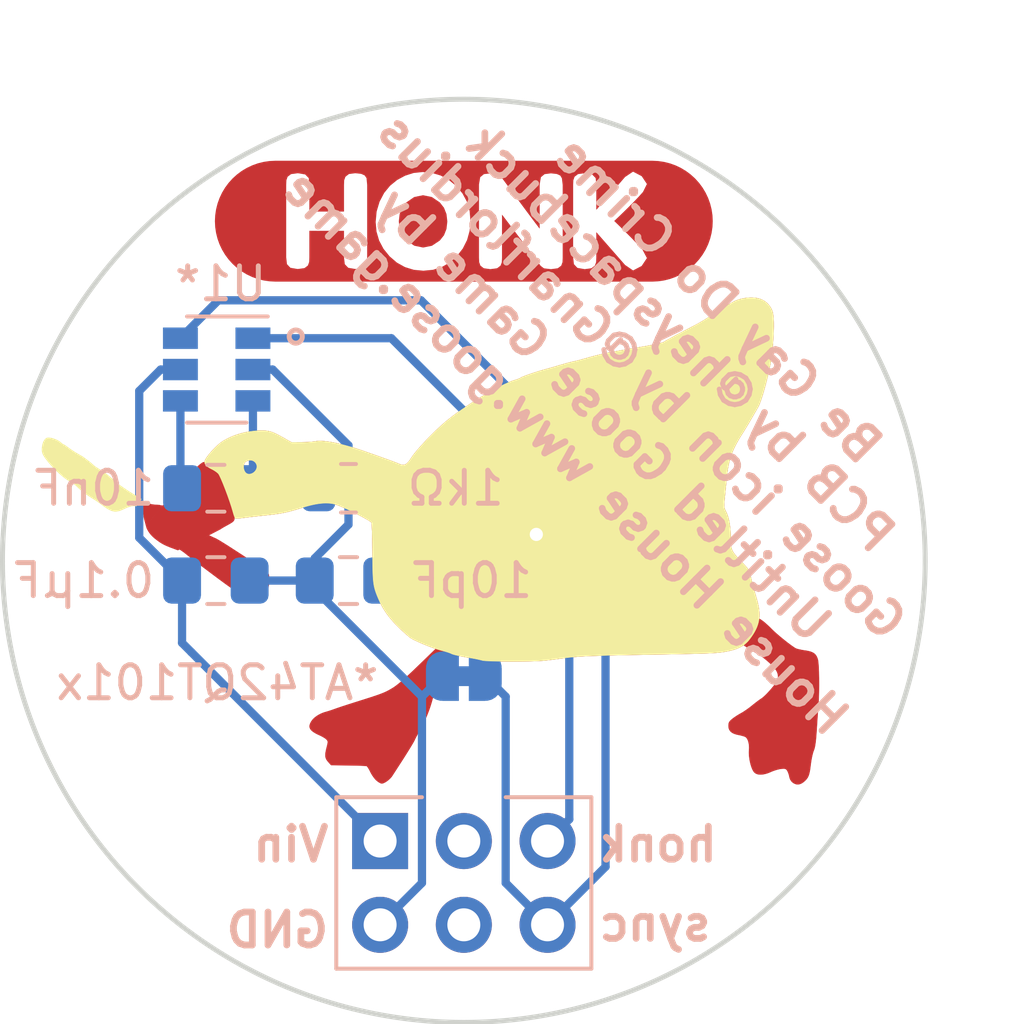
<source format=kicad_pcb>
(kicad_pcb (version 20171130) (host pcbnew "(5.1.10)-1")

  (general
    (thickness 1.6)
    (drawings 15)
    (tracks 40)
    (zones 0)
    (modules 9)
    (nets 8)
  )

  (page A4)
  (layers
    (0 F.Cu signal)
    (31 B.Cu signal)
    (32 B.Adhes user)
    (33 F.Adhes user)
    (34 B.Paste user)
    (35 F.Paste user)
    (36 B.SilkS user)
    (37 F.SilkS user)
    (38 B.Mask user)
    (39 F.Mask user)
    (40 Dwgs.User user)
    (41 Cmts.User user)
    (42 Eco1.User user)
    (43 Eco2.User user)
    (44 Edge.Cuts user)
    (45 Margin user)
    (46 B.CrtYd user)
    (47 F.CrtYd user)
    (48 B.Fab user)
    (49 F.Fab user)
  )

  (setup
    (last_trace_width 0.25)
    (trace_clearance 0.2)
    (zone_clearance 0.508)
    (zone_45_only no)
    (trace_min 0.2)
    (via_size 0.8)
    (via_drill 0.4)
    (via_min_size 0.4)
    (via_min_drill 0.3)
    (uvia_size 0.3)
    (uvia_drill 0.1)
    (uvias_allowed no)
    (uvia_min_size 0.2)
    (uvia_min_drill 0.1)
    (edge_width 0.05)
    (segment_width 0.2)
    (pcb_text_width 0.3)
    (pcb_text_size 1.5 1.5)
    (mod_edge_width 0.12)
    (mod_text_size 1 1)
    (mod_text_width 0.15)
    (pad_size 1.524 1.524)
    (pad_drill 0.762)
    (pad_to_mask_clearance 0)
    (aux_axis_origin 0 0)
    (grid_origin 100 100)
    (visible_elements 7FFDFFFF)
    (pcbplotparams
      (layerselection 0x010fc_ffffffff)
      (usegerberextensions false)
      (usegerberattributes true)
      (usegerberadvancedattributes true)
      (creategerberjobfile true)
      (excludeedgelayer true)
      (linewidth 0.100000)
      (plotframeref false)
      (viasonmask false)
      (mode 1)
      (useauxorigin false)
      (hpglpennumber 1)
      (hpglpenspeed 20)
      (hpglpendiameter 15.000000)
      (psnegative false)
      (psa4output false)
      (plotreference true)
      (plotvalue true)
      (plotinvisibletext false)
      (padsonsilk false)
      (subtractmaskfromsilk false)
      (outputformat 1)
      (mirror false)
      (drillshape 1)
      (scaleselection 1)
      (outputdirectory ""))
  )

  (net 0 "")
  (net 1 0V)
  (net 2 "Net-(C2-Pad2)")
  (net 3 "Net-(C2-Pad1)")
  (net 4 sync)
  (net 5 honk)
  (net 6 Vin)
  (net 7 "Net-(C3-Pad1)")

  (net_class Default "This is the default net class."
    (clearance 0.2)
    (trace_width 0.25)
    (via_dia 0.8)
    (via_drill 0.4)
    (uvia_dia 0.3)
    (uvia_drill 0.1)
    (add_net 0V)
    (add_net "Net-(C2-Pad1)")
    (add_net "Net-(C2-Pad2)")
    (add_net "Net-(C3-Pad1)")
    (add_net Vin)
    (add_net honk)
    (add_net sync)
  )

  (module label (layer F.Cu) (tedit 6168AB29) (tstamp 612425A2)
    (at 100 89.7)
    (descr "Converted using: scripting")
    (tags svg2mod)
    (attr virtual)
    (fp_text reference svg2mod (at 0 -4.880901) (layer F.SilkS) hide
      (effects (font (size 1.524 1.524) (thickness 0.3048)))
    )
    (fp_text value G*** (at 0 4.880901) (layer F.SilkS) hide
      (effects (font (size 1.524 1.524) (thickness 0.3048)))
    )
    (fp_poly (pts (xy -1.97313 0.005953) (xy -1.947774 0.22666) (xy -1.871707 0.417821) (xy -1.744927 0.579438)
      (xy -1.503329 0.744637) (xy -1.234943 0.799703) (xy -0.967052 0.746125) (xy -0.726943 0.585391)
      (xy -0.601266 0.4262) (xy -0.525859 0.234377) (xy -0.500724 0.009922) (xy -0.52608 -0.214974)
      (xy -0.602148 -0.40812) (xy -0.728927 -0.569516) (xy -0.970525 -0.733227) (xy -1.238911 -0.787797)
      (xy -1.506802 -0.73273) (xy -1.746911 -0.567531) (xy -1.872589 -0.405915) (xy -1.947995 -0.214753)
      (xy -1.97313 0.005953)) (layer F.Cu) (width 0))
    (fp_poly (pts (xy -5.390224 -1.832901) (xy -3.59238 -1.347391) (xy -3.485224 -1.430734) (xy -3.294724 -1.454547)
      (xy -3.112161 -1.434703) (xy -3.008974 -1.387078) (xy -2.953411 -1.307703) (xy -2.933568 -1.101328)
      (xy -2.025716 -1.24718) (xy -1.78263 -1.379141) (xy -1.520693 -1.462484) (xy -1.250818 -1.490266)
      (xy -0.966804 -1.463725) (xy -0.702138 -1.384102) (xy 0.497417 -1.3335) (xy 0.610526 -1.426766)
      (xy 0.804995 -1.450578) (xy 0.99351 -1.42875) (xy 1.090745 -1.379141) (xy 1.182026 -1.275953)
      (xy 1.445727 -0.917773) (xy 1.678561 -0.602589) (xy 1.880526 -0.330398) (xy 2.051623 -0.101203)
      (xy 2.191852 0.084997) (xy 2.301214 0.228203) (xy 2.301214 -1.113234) (xy 2.338917 -1.3335)
      (xy 2.452026 -1.426766) (xy 2.640542 -1.450578) (xy 2.823104 -1.430734) (xy 2.926292 -1.383109)
      (xy 2.975901 -1.299766) (xy 2.999714 -1.097359) (xy 3.317214 1.101328) (xy 3.317214 -1.105297)
      (xy 3.323167 -1.242219) (xy 3.36087 -1.347391) (xy 3.466042 -1.427758) (xy 3.670432 -1.454547)
      (xy 3.89169 -1.417836) (xy 3.999839 -1.307703) (xy 4.019682 -1.101328) (xy 4.019682 -0.343297)
      (xy 4.227327 -0.577453) (xy 4.418462 -0.794147) (xy 4.593087 -0.993378) (xy 4.751202 -1.175147)
      (xy 4.892807 -1.339453) (xy 5.134901 -1.502172) (xy 5.396839 -1.36525) (xy 5.555589 -1.127125)
      (xy 5.436526 -0.887016) (xy 5.305557 -0.74166) (xy 5.142839 -0.5715) (xy 4.94837 -0.376535)
      (xy 4.722151 -0.156766) (xy 4.563401 -0.005953) (xy 4.844934 0.267643) (xy 5.082315 0.505023)
      (xy 5.275544 0.706189) (xy 5.42462 0.871141) (xy 5.555589 1.119188) (xy 5.396839 1.357313)
      (xy 5.136885 1.494234) (xy 4.892807 1.327547) (xy 4.019682 0.331391) (xy 4.019682 1.105297)
      (xy 4.013729 1.244203) (xy 3.976026 1.347391) (xy 3.870854 1.427758) (xy 3.666464 1.454547)
      (xy 3.446198 1.416844) (xy 3.341026 1.303734) (xy 3.317214 1.101328) (xy 2.999714 -1.097359)
      (xy 2.999714 1.105297) (xy 2.99376 1.244203) (xy 2.956057 1.347391) (xy 2.850885 1.427758)
      (xy 2.646495 1.454547) (xy 2.432182 1.430734) (xy 2.332964 1.355328) (xy 2.052285 0.981384)
      (xy 1.805561 0.6533) (xy 1.592792 0.371078) (xy 1.413977 0.134717) (xy 1.269118 -0.055783)
      (xy 1.158214 -0.200422) (xy 1.158214 1.105297) (xy 1.15226 1.244203) (xy 1.114557 1.347391)
      (xy 1.009385 1.427758) (xy 0.804995 1.454547) (xy 0.606557 1.427758) (xy 0.50337 1.347391)
      (xy 0.465667 1.240234) (xy 0.459714 1.101328) (xy 0.459714 -1.113234) (xy 0.497417 -1.3335)
      (xy -0.702138 -1.384102) (xy -0.45682 -1.251396) (xy -0.230849 -1.065609) (xy -0.041589 -0.840507)
      (xy 0.093596 -0.589855) (xy 0.174708 -0.313655) (xy 0.201745 -0.011906) (xy 0.175948 0.290959)
      (xy 0.098557 0.570508) (xy -0.030427 0.82674) (xy -0.211005 1.059656) (xy -0.429286 1.253257)
      (xy -0.67138 1.391543) (xy -0.937286 1.474515) (xy -1.227005 1.502172) (xy -1.517344 1.474887)
      (xy -1.785111 1.393031) (xy -2.030305 1.256605) (xy -2.252927 1.065609) (xy -2.437846 0.83691)
      (xy -2.569931 0.587375) (xy -2.649182 0.317004) (xy -2.675599 0.025797) (xy -2.645833 -0.293191)
      (xy -2.556536 -0.591344) (xy -2.41763 -0.855762) (xy -2.239036 -1.073547) (xy -2.025716 -1.24718)
      (xy -2.933568 -1.101328) (xy -2.933568 1.101328) (xy -2.939521 1.23825) (xy -2.977224 1.343422)
      (xy -3.082396 1.423789) (xy -3.286786 1.450578) (xy -3.507052 1.413867) (xy -3.612224 1.303734)
      (xy -3.636036 1.097359) (xy -3.636036 0.291703) (xy -4.687755 0.291703) (xy -4.687755 1.101328)
      (xy -4.693708 1.23825) (xy -4.731411 1.343422) (xy -4.836583 1.423789) (xy -5.040974 1.450578)
      (xy -5.26124 1.413867) (xy -5.366411 1.303734) (xy -5.390224 1.097359) (xy -5.390224 -1.105297)
      (xy -5.384271 -1.242219) (xy -5.346568 -1.347391) (xy -5.241396 -1.427758) (xy -5.037005 -1.454547)
      (xy -4.815747 -1.417836) (xy -4.707599 -1.307703) (xy -4.687755 -1.101328) (xy -4.687755 -0.291703)
      (xy -3.636036 -0.291703) (xy -3.636036 -1.105297) (xy -3.630083 -1.242219) (xy -3.59238 -1.347391)
      (xy -5.390224 -1.832901) (xy -5.720953 -1.832901) (xy -5.900609 -1.824075) (xy -6.078534 -1.797682)
      (xy -6.253016 -1.753977) (xy -6.422374 -1.69338) (xy -6.584977 -1.616474) (xy -6.739258 -1.524002)
      (xy -6.883733 -1.416852) (xy -7.01701 -1.296057) (xy -7.137805 -1.16278) (xy -7.244955 -1.018305)
      (xy -7.337428 -0.864024) (xy -7.414333 -0.701421) (xy -7.47493 -0.532063) (xy -7.518635 -0.357581)
      (xy -7.545028 -0.179656) (xy -7.553854 0) (xy -7.545028 0.179656) (xy -7.518635 0.357581)
      (xy -7.47493 0.532063) (xy -7.414333 0.701421) (xy -7.337428 0.864024) (xy -7.244955 1.018305)
      (xy -7.137805 1.16278) (xy -7.01701 1.296057) (xy -6.883733 1.416852) (xy -6.739258 1.524002)
      (xy -6.584977 1.616474) (xy -6.422374 1.69338) (xy -6.253016 1.753977) (xy -6.078534 1.797682)
      (xy -5.900609 1.824075) (xy -5.720953 1.832901) (xy -5.390224 1.832901) (xy 5.555589 1.832901)
      (xy 5.720953 1.832901) (xy 5.900609 1.824075) (xy 6.078534 1.797682) (xy 6.253016 1.753977)
      (xy 6.422374 1.69338) (xy 6.584977 1.616474) (xy 6.739258 1.524002) (xy 6.883733 1.416852)
      (xy 7.01701 1.296057) (xy 7.137805 1.16278) (xy 7.244955 1.018305) (xy 7.337428 0.864024)
      (xy 7.414333 0.701421) (xy 7.47493 0.532063) (xy 7.518635 0.357581) (xy 7.545028 0.179656)
      (xy 7.553854 0) (xy 7.545028 -0.179656) (xy 7.518635 -0.357581) (xy 7.47493 -0.532063)
      (xy 7.414333 -0.701421) (xy 7.337428 -0.864024) (xy 7.244955 -1.018305) (xy 7.137805 -1.16278)
      (xy 7.01701 -1.296057) (xy 6.883733 -1.416852) (xy 6.739258 -1.524002) (xy 6.584977 -1.616474)
      (xy 6.422374 -1.69338) (xy 6.253016 -1.753977) (xy 6.078534 -1.797682) (xy 5.900609 -1.824075)
      (xy 5.720953 -1.832901) (xy 5.555589 -1.832901) (xy -5.390224 -1.832901)) (layer F.Cu) (width 0))
  )

  (module goose:honk_captouch_afterdark (layer F.Cu) (tedit 61241053) (tstamp 60988F0B)
    (at 98.3 99.4)
    (path /60983F4E)
    (fp_text reference GOOSE1 (at 0 -8) (layer F.SilkS) hide
      (effects (font (size 1.524 1.524) (thickness 0.3)))
    )
    (fp_text value Goose (at 0.75 0) (layer F.SilkS) hide
      (effects (font (size 1.524 1.524) (thickness 0.3)))
    )
    (fp_poly (pts (xy 11.6777 7.3205) (xy 11.6691 7.3129) (xy 11.6605 7.305) (xy 11.6521 7.2964)
      (xy 11.6442 7.287) (xy 11.6363 7.2773) (xy 11.6292 7.2671) (xy 11.6221 7.2564)
      (xy 11.6155 7.2452) (xy 11.6094 7.2338) (xy 11.6038 7.2221) (xy 11.5985 7.2102)
      (xy 11.5939 7.198) (xy 11.5896 7.1856) (xy 11.5858 7.1729) (xy 11.5828 7.1602)
      (xy 11.5803 7.1475) (xy 11.578 7.1358) (xy 11.5755 7.1236) (xy 11.5692 7.0987)
      (xy 11.5618 7.073) (xy 11.5534 7.0479) (xy 11.5443 7.0238) (xy 11.5349 7.0014)
      (xy 11.5303 6.991) (xy 11.5255 6.9813) (xy 11.5207 6.9727) (xy 11.5161 6.9648)
      (xy 11.509 6.9539) (xy 11.5054 6.9488) (xy 11.5018 6.944) (xy 11.4985 6.9394)
      (xy 11.4949 6.9353) (xy 11.4913 6.9315) (xy 11.4877 6.9279) (xy 11.4841 6.9243)
      (xy 11.4803 6.9215) (xy 11.4765 6.9185) (xy 11.4724 6.916) (xy 11.4681 6.9137)
      (xy 11.464 6.9117) (xy 11.4592 6.9097) (xy 11.4546 6.9082) (xy 11.4495 6.9069)
      (xy 11.4442 6.9056) (xy 11.4386 6.9046) (xy 11.4328 6.9038) (xy 11.4265 6.903)
      (xy 11.4199 6.9027) (xy 11.413 6.9024) (xy 11.3978 6.9024) (xy 11.3897 6.9027)
      (xy 11.3719 6.9035) (xy 11.3521 6.905) (xy 11.33 6.907) (xy 11.3148 6.9088)
      (xy 11.298 6.9116) (xy 11.2802 6.9149) (xy 11.2614 6.9187) (xy 11.2213 6.9284)
      (xy 11.1789 6.9403) (xy 11.1357 6.9538) (xy 11.093 6.9688) (xy 11.0519 6.9845)
      (xy 11.0323 6.9926) (xy 11.0138 7.0007) (xy 10.9739 7.018) (xy 10.935 7.0332)
      (xy 10.8966 7.0464) (xy 10.8595 7.0573) (xy 10.8234 7.0659) (xy 10.7883 7.0725)
      (xy 10.7545 7.0771) (xy 10.722 7.0794) (xy 10.691 7.0797) (xy 10.6615 7.0779)
      (xy 10.6336 7.0738) (xy 10.6074 7.0675) (xy 10.583 7.0591) (xy 10.5606 7.0484)
      (xy 10.54 7.0357) (xy 10.5217 7.0207) (xy 10.5126 7.011) (xy 10.5032 7.0003)
      (xy 10.4854 6.9739) (xy 10.4679 6.9427) (xy 10.4511 6.9069) (xy 10.4354 6.867)
      (xy 10.4204 6.8238) (xy 10.4067 6.7778) (xy 10.3943 6.7295) (xy 10.3831 6.6797)
      (xy 10.3734 6.6289) (xy 10.3658 6.5776) (xy 10.3597 6.5265) (xy 10.3556 6.4765)
      (xy 10.3538 6.4277) (xy 10.3543 6.3807) (xy 10.3571 6.3365) (xy 10.3596 6.3032)
      (xy 10.3604 6.2702) (xy 10.3596 6.2374) (xy 10.3576 6.2054) (xy 10.3543 6.1739)
      (xy 10.3495 6.1434) (xy 10.3437 6.1144) (xy 10.3363 6.0865) (xy 10.3282 6.0603)
      (xy 10.3188 6.0357) (xy 10.3081 6.0131) (xy 10.2969 5.993) (xy 10.2845 5.975)
      (xy 10.2713 5.9595) (xy 10.2576 5.9471) (xy 10.2502 5.9418) (xy 10.2428 5.9375)
      (xy 10.2362 5.9342) (xy 10.2281 5.9309) (xy 10.2187 5.9271) (xy 10.2083 5.9233)
      (xy 10.1842 5.9154) (xy 10.1565 5.9073) (xy 10.1263 5.8992) (xy 10.0943 5.8913)
      (xy 10.0615 5.8839) (xy 10.0287 5.8773) (xy 9.9919 5.8694) (xy 9.9579 5.8605)
      (xy 9.9261 5.8506) (xy 9.8969 5.8392) (xy 9.8702 5.827) (xy 9.8461 5.8133)
      (xy 9.8349 5.8059) (xy 9.8242 5.7983) (xy 9.8143 5.7904) (xy 9.8049 5.7823)
      (xy 9.796 5.7739) (xy 9.7879 5.765) (xy 9.7803 5.7556) (xy 9.7732 5.7462)
      (xy 9.7669 5.7363) (xy 9.7611 5.7261) (xy 9.7558 5.7154) (xy 9.751 5.7045)
      (xy 9.7469 5.6933) (xy 9.7433 5.6816) (xy 9.7403 5.6697) (xy 9.7378 5.6575)
      (xy 9.736 5.6448) (xy 9.7345 5.6318) (xy 9.7335 5.6044) (xy 9.7338 5.5876)
      (xy 9.7346 5.5721) (xy 9.7359 5.5576) (xy 9.7379 5.5439) (xy 9.7407 5.5312)
      (xy 9.7443 5.519) (xy 9.7466 5.5132) (xy 9.7489 5.5076) (xy 9.7514 5.5018)
      (xy 9.7542 5.4962) (xy 9.7608 5.485) (xy 9.7684 5.4741) (xy 9.7773 5.4632)
      (xy 9.7875 5.452) (xy 9.7989 5.4403) (xy 9.8116 5.4284) (xy 9.8261 5.416)
      (xy 9.8418 5.4025) (xy 9.8669 5.3829) (xy 9.8961 5.3613) (xy 9.9289 5.3384)
      (xy 9.964 5.315) (xy 10.0001 5.2916) (xy 10.0364 5.2695) (xy 10.0717 5.2487)
      (xy 10.105 5.2302) (xy 10.1401 5.2104) (xy 10.18 5.1858) (xy 10.2234 5.1576)
      (xy 10.2691 5.1266) (xy 10.3156 5.0938) (xy 10.3616 5.0603) (xy 10.4055 5.0265)
      (xy 10.4461 4.994) (xy 10.4855 4.9622) (xy 10.5261 4.9299) (xy 10.5665 4.8984)
      (xy 10.6061 4.8682) (xy 10.6434 4.8405) (xy 10.6772 4.8161) (xy 10.7064 4.796)
      (xy 10.7298 4.7808) (xy 10.7562 4.7623) (xy 10.7869 4.7374) (xy 10.8209 4.7069)
      (xy 10.8577 4.6718) (xy 10.8966 4.6329) (xy 10.9362 4.591) (xy 10.9763 4.5473)
      (xy 11.0159 4.5023) (xy 11.0543 4.4571) (xy 11.0909 4.4127) (xy 11.1244 4.37)
      (xy 11.1546 4.3296) (xy 11.1803 4.2925) (xy 11.2011 4.2597) (xy 11.2158 4.232)
      (xy 11.2206 4.2203) (xy 11.2239 4.2104) (xy 11.2308 4.1794) (xy 11.2351 4.1494)
      (xy 11.2364 4.1347) (xy 11.2372 4.12) (xy 11.2372 4.1055) (xy 11.2367 4.091)
      (xy 11.2354 4.0768) (xy 11.2336 4.0623) (xy 11.2311 4.0481) (xy 11.2281 4.0341)
      (xy 11.2243 4.0199) (xy 11.22 4.0059) (xy 11.2147 3.9917) (xy 11.2089 3.9775)
      (xy 11.2023 3.963) (xy 11.1952 3.9488) (xy 11.1784 3.9198) (xy 11.1588 3.8901)
      (xy 11.1359 3.8599) (xy 11.1102 3.8287) (xy 11.0812 3.7964) (xy 11.0492 3.7631)
      (xy 11.0139 3.7283) (xy 10.9735 3.6907) (xy 10.9306 3.6523) (xy 10.8869 3.6147)
      (xy 10.8435 3.5789) (xy 10.8016 3.5456) (xy 10.7627 3.5161) (xy 10.7279 3.4915)
      (xy 10.7124 3.4813) (xy 10.6987 3.4727) (xy 10.6349 3.4346) (xy 10.5554 3.3861)
      (xy 10.4701 3.3335) (xy 10.3893 3.283) (xy 10.2067 3.1684) (xy 10.2826 3.0876)
      (xy 10.307 3.0604) (xy 10.3327 3.0294) (xy 10.3589 2.9956) (xy 10.3856 2.959)
      (xy 10.4123 2.9204) (xy 10.4392 2.8803) (xy 10.4654 2.8389) (xy 10.4911 2.797)
      (xy 10.5157 2.7551) (xy 10.5388 2.7134) (xy 10.5604 2.6725) (xy 10.5802 2.6331)
      (xy 10.598 2.5955) (xy 10.613 2.5602) (xy 10.6254 2.5277) (xy 10.6345 2.4987)
      (xy 10.6729 2.3615) (xy 10.7669 2.4258) (xy 10.7776 2.4334) (xy 10.7895 2.4425)
      (xy 10.8177 2.4654) (xy 10.8502 2.4931) (xy 10.8863 2.5251) (xy 10.9247 2.5602)
      (xy 10.9641 2.5973) (xy 11.0032 2.6354) (xy 11.0413 2.6735) (xy 11.0761 2.7078)
      (xy 11.116 2.7451) (xy 11.2079 2.8274) (xy 11.311 2.9153) (xy 11.419 3.0034)
      (xy 11.5252 3.087) (xy 11.6238 3.1607) (xy 11.7079 3.2196) (xy 11.7427 3.242)
      (xy 11.7714 3.2588) (xy 11.779 3.2624) (xy 11.7884 3.2662) (xy 11.7998 3.27)
      (xy 11.8128 3.2741) (xy 11.8435 3.2827) (xy 11.8796 3.2913) (xy 11.9197 3.2999)
      (xy 11.9626 3.3083) (xy 12.0073 3.3162) (xy 12.0525 3.3231) (xy 12.0982 3.3302)
      (xy 12.1401 3.3378) (xy 12.1785 3.3467) (xy 12.2136 3.3564) (xy 12.2456 3.3673)
      (xy 12.2743 3.3795) (xy 12.3005 3.393) (xy 12.3241 3.4082) (xy 12.335 3.4163)
      (xy 12.3452 3.4249) (xy 12.3551 3.434) (xy 12.3642 3.4437) (xy 12.3728 3.4539)
      (xy 12.3809 3.4643) (xy 12.3959 3.4872) (xy 12.4096 3.5121) (xy 12.4213 3.5395)
      (xy 12.4322 3.5692) (xy 12.4416 3.6017) (xy 12.4482 3.635) (xy 12.4543 3.682)
      (xy 12.4642 3.8118) (xy 12.4713 3.9784) (xy 12.4754 4.1699) (xy 12.4764 4.3731)
      (xy 12.4739 4.5763) (xy 12.4681 4.7663) (xy 12.4587 4.9309) (xy 12.4346 5.272)
      (xy 12.4056 5.7124) (xy 12.3967 5.8447) (xy 12.3876 5.9587) (xy 12.3779 6.0565)
      (xy 12.3677 6.139) (xy 12.3568 6.2083) (xy 12.3446 6.2662) (xy 12.3314 6.3142)
      (xy 12.3164 6.3541) (xy 12.3103 6.3688) (xy 12.3042 6.3861) (xy 12.2981 6.4054)
      (xy 12.2918 6.4267) (xy 12.2791 6.4742) (xy 12.2667 6.5273) (xy 12.255 6.5839)
      (xy 12.2441 6.6428) (xy 12.2347 6.702) (xy 12.2268 6.7599) (xy 12.2121 6.876)
      (xy 12.2047 6.926) (xy 12.1971 6.971) (xy 12.189 7.0114) (xy 12.1804 7.048)
      (xy 12.1713 7.081) (xy 12.1611 7.1107) (xy 12.1499 7.1379) (xy 12.1377 7.1628)
      (xy 12.1237 7.1859) (xy 12.1087 7.2077) (xy 12.0917 7.2288) (xy 12.0729 7.2491)
      (xy 12.0518 7.2697) (xy 12.0289 7.2905) (xy 12.006 7.3093) (xy 11.9834 7.3258)
      (xy 11.9608 7.3403) (xy 11.9496 7.3464) (xy 11.9384 7.3522) (xy 11.9272 7.3573)
      (xy 11.916 7.3619) (xy 11.9048 7.366) (xy 11.8936 7.3696) (xy 11.8827 7.3724)
      (xy 11.8715 7.3747) (xy 11.8606 7.3765) (xy 11.8494 7.3778) (xy 11.8385 7.3783)
      (xy 11.8276 7.3783) (xy 11.8167 7.3778) (xy 11.8058 7.3768) (xy 11.7949 7.375)
      (xy 11.7842 7.373) (xy 11.7733 7.3702) (xy 11.7626 7.3666) (xy 11.7519 7.3628)
      (xy 11.7412 7.3582) (xy 11.7305 7.3531) (xy 11.7198 7.3475) (xy 11.7091 7.3412)
      (xy 11.6987 7.3346) (xy 11.6883 7.3272)) (layer F.Cu) (width 0.015))
    (fp_poly (pts (xy -0.9512 7.2595) (xy -0.9624 7.2493) (xy -0.9741 7.2376) (xy -0.986 7.2246)
      (xy -0.9982 7.2106) (xy -1.0106 7.1956) (xy -1.0233 7.1796) (xy -1.0357 7.1631)
      (xy -1.0481 7.1458) (xy -1.0605 7.128) (xy -1.0727 7.11) (xy -1.0844 7.0917)
      (xy -1.0956 7.0734) (xy -1.1063 7.0554) (xy -1.1165 7.0371) (xy -1.1259 7.0196)
      (xy -1.1343 7.0023) (xy -1.1508 6.9688) (xy -1.1673 6.937) (xy -1.1841 6.9078)
      (xy -1.2001 6.8816) (xy -1.2153 6.8592) (xy -1.2222 6.8498) (xy -1.2288 6.8417)
      (xy -1.2346 6.8348) (xy -1.2402 6.8292) (xy -1.245 6.8254) (xy -1.2491 6.8231)
      (xy -1.2557 6.8216) (xy -1.2671 6.8201) (xy -1.3047 6.8171) (xy -1.3588 6.8141)
      (xy -1.4279 6.8113) (xy -1.5097 6.8085) (xy -1.6014 6.806) (xy -1.701 6.804)
      (xy -1.8062 6.8022) (xy -2.3264 6.7953) (xy -2.414 6.6973) (xy -2.4318 6.6765)
      (xy -2.4475 6.6562) (xy -2.4544 6.646) (xy -2.461 6.6358) (xy -2.4671 6.6256)
      (xy -2.4724 6.6154) (xy -2.4772 6.605) (xy -2.4818 6.5946) (xy -2.4859 6.5837)
      (xy -2.4892 6.5728) (xy -2.492 6.5616) (xy -2.4945 6.5502) (xy -2.4963 6.5383)
      (xy -2.4978 6.5261) (xy -2.4988 6.5137) (xy -2.4993 6.5005) (xy -2.4993 6.487)
      (xy -2.4988 6.473) (xy -2.4978 6.4583) (xy -2.4963 6.4431) (xy -2.492 6.4108)
      (xy -2.4859 6.3757) (xy -2.478 6.3373) (xy -2.4683 6.2956) (xy -2.4569 6.2504)
      (xy -2.4434 6.1971) (xy -2.4381 6.1747) (xy -2.4338 6.1546) (xy -2.4305 6.1373)
      (xy -2.4285 6.1216) (xy -2.4272 6.1079) (xy -2.4269 6.0955) (xy -2.4279 6.0846)
      (xy -2.4297 6.0742) (xy -2.4327 6.0648) (xy -2.4368 6.0559) (xy -2.4421 6.047)
      (xy -2.4484 6.0381) (xy -2.4558 6.029) (xy -2.4642 6.0191) (xy -2.4705 6.0128)
      (xy -2.4781 6.0057) (xy -2.4872 5.9983) (xy -2.4976 5.9904) (xy -2.509 5.982)
      (xy -2.5217 5.9736) (xy -2.5354 5.9647) (xy -2.5496 5.9558) (xy -2.5648 5.9469)
      (xy -2.5805 5.9378) (xy -2.5968 5.9289) (xy -2.6133 5.92) (xy -2.6303 5.9111)
      (xy -2.6476 5.9027) (xy -2.6646 5.8946) (xy -2.6819 5.8867) (xy -2.7357 5.8618)
      (xy -2.7842 5.8372) (xy -2.8269 5.8133) (xy -2.8642 5.7892) (xy -2.881 5.7773)
      (xy -2.896 5.7654) (xy -2.91 5.7535) (xy -2.9227 5.7413) (xy -2.9339 5.7291)
      (xy -2.9441 5.7169) (xy -2.9527 5.7047) (xy -2.9601 5.692) (xy -2.9662 5.6793)
      (xy -2.971 5.6666) (xy -2.9748 5.6534) (xy -2.9771 5.6402) (xy -2.9784 5.6265)
      (xy -2.9784 5.6128) (xy -2.9771 5.5986) (xy -2.9748 5.5844) (xy -2.971 5.5697)
      (xy -2.9662 5.5545) (xy -2.9604 5.539) (xy -2.9535 5.5233) (xy -2.9451 5.5068)
      (xy -2.936 5.4903) (xy -2.9142 5.4555) (xy -2.8985 5.4339) (xy -2.881 5.4128)
      (xy -2.8614 5.392) (xy -2.8401 5.3717) (xy -2.817 5.3519) (xy -2.7924 5.3323)
      (xy -2.7662 5.3135) (xy -2.7388 5.2955) (xy -2.7104 5.2782) (xy -2.6804 5.2617)
      (xy -2.6499 5.2462) (xy -2.6184 5.2317) (xy -2.5861 5.2185) (xy -2.5533 5.2063)
      (xy -2.52 5.1954) (xy -2.4865 5.1857) (xy -2.4593 5.1781) (xy -2.4281 5.1687)
      (xy -2.3938 5.1583) (xy -2.3575 5.1466) (xy -2.2838 5.1217) (xy -2.2485 5.1093)
      (xy -2.216 5.0974) (xy -2.122 5.0644) (xy -1.9775 5.0159) (xy -1.8017 4.959)
      (xy -1.6148 4.8996) (xy -1.1294 4.7459) (xy -0.9625 4.6905) (xy -0.8332 4.6445)
      (xy -0.7311 4.6041) (xy -0.646 4.5655) (xy -0.5683 4.5249) (xy -0.4875 4.4789)
      (xy -0.4563 4.4598) (xy -0.4235 4.4385) (xy -0.3892 4.4149) (xy -0.3531 4.3885)
      (xy -0.315 4.3595) (xy -0.2749 4.3275) (xy -0.232 4.2924) (xy -0.1868 4.254)
      (xy -0.0877 4.1671) (xy 0.0241 4.065) (xy 0.1501 3.9469) (xy 0.2918 3.811)
      (xy 0.8453 3.2756) (xy 1.0432 3.3264) (xy 1.1318 3.3505) (xy 1.2128 3.3751)
      (xy 1.2849 3.4) (xy 1.3469 3.4241) (xy 1.3736 3.436) (xy 1.3972 3.4474)
      (xy 1.4178 3.4586) (xy 1.4351 3.469) (xy 1.4486 3.4792) (xy 1.4585 3.4889)
      (xy 1.4646 3.4975) (xy 1.4661 3.5018) (xy 1.4666 3.5056) (xy 1.4663 3.5122)
      (xy 1.4655 3.5193) (xy 1.4637 3.5269) (xy 1.4617 3.5353) (xy 1.4554 3.5536)
      (xy 1.4465 3.5744) (xy 1.4351 3.5975) (xy 1.4209 3.6229) (xy 1.4044 3.6506)
      (xy 1.3851 3.6811) (xy 1.3635 3.7136) (xy 1.3391 3.7489) (xy 1.3119 3.7865)
      (xy 1.2822 3.8269) (xy 1.2499 3.8696) (xy 1.2148 3.9148) (xy 1.177 3.9626)
      (xy 1.1366 4.0129) (xy 1.0447 4.1277) (xy 1.0061 4.1775) (xy 0.9718 4.223)
      (xy 0.9416 4.2647) (xy 0.9149 4.3033) (xy 0.8918 4.3394) (xy 0.8717 4.3734)
      (xy 0.8542 4.4062) (xy 0.8392 4.4382) (xy 0.8262 4.47) (xy 0.815 4.502)
      (xy 0.8051 4.5353) (xy 0.7962 4.5701) (xy 0.7881 4.6072) (xy 0.7802 4.6471)
      (xy 0.7685 4.7055) (xy 0.7545 4.7662) (xy 0.7385 4.8284) (xy 0.7207 4.8924)
      (xy 0.6801 5.0235) (xy 0.6331 5.1568) (xy 0.581 5.2899) (xy 0.5246 5.4202)
      (xy 0.4652 5.5449) (xy 0.4345 5.6046) (xy 0.4033 5.6617) (xy 0.3362 5.7826)
      (xy 0.2768 5.8928) (xy 0.2313 5.9797) (xy 0.2161 6.0107) (xy 0.2067 6.0313)
      (xy 0.1993 6.0476) (xy 0.1879 6.0694) (xy 0.1539 6.1301) (xy 0.1059 6.2111)
      (xy 0.0454 6.3102) (xy -0.0257 6.425) (xy -0.1067 6.5533) (xy -0.1959 6.6925)
      (xy -0.2919 6.8408) (xy -0.473 7.1202) (xy -0.4872 7.141) (xy -0.5035 7.1616)
      (xy -0.5215 7.1822) (xy -0.5411 7.2025) (xy -0.5619 7.2223) (xy -0.5835 7.2416)
      (xy -0.6059 7.2599) (xy -0.6285 7.2769) (xy -0.6514 7.2929) (xy -0.674 7.3074)
      (xy -0.6964 7.3201) (xy -0.718 7.331) (xy -0.7386 7.3399) (xy -0.7579 7.3465)
      (xy -0.767 7.3488) (xy -0.7756 7.3506) (xy -0.7837 7.3516) (xy -0.7913 7.3519)
      (xy -0.7943 7.3519) (xy -0.7976 7.3514) (xy -0.8045 7.3501) (xy -0.8124 7.3478)
      (xy -0.821 7.3445) (xy -0.8301 7.3407) (xy -0.8398 7.3361) (xy -0.8502 7.3308)
      (xy -0.8609 7.325) (xy -0.8718 7.3184) (xy -0.883 7.3113) (xy -0.8944 7.3037)
      (xy -0.9061 7.2956) (xy -0.9175 7.2872) (xy -0.9289 7.2783) (xy -0.9401 7.2692)) (layer F.Cu) (width 0.015))
    (fp_poly (pts (xy -7.2024 0.1919) (xy -7.2875 0.1576) (xy -7.3251 0.1413) (xy -7.3602 0.1253)
      (xy -7.3932 0.1093) (xy -7.4244 0.093) (xy -7.4544 0.0765) (xy -7.4836 0.0592)
      (xy -7.5123 0.0412) (xy -7.5413 0.0216) (xy -7.6012 -0.0216) (xy -7.667 -0.0724)
      (xy -7.6932 -0.0937) (xy -7.7183 -0.1158) (xy -7.7424 -0.1384) (xy -7.7653 -0.1615)
      (xy -7.7869 -0.1851) (xy -7.8077 -0.2092) (xy -7.8273 -0.2341) (xy -7.8458 -0.2595)
      (xy -7.8633 -0.2854) (xy -7.8796 -0.3121) (xy -7.8948 -0.3393) (xy -7.909 -0.367)
      (xy -7.9222 -0.3957) (xy -7.8422 -0.5631) (xy -7.8384 -0.5674) (xy -7.8343 -0.572)
      (xy -7.8262 -0.5819) (xy -7.8176 -0.5933) (xy -7.8087 -0.606) (xy -7.7996 -0.6197)
      (xy -7.7902 -0.6349) (xy -7.7732 -0.6611) (xy -7.7521 -0.6911) (xy -7.7275 -0.7244)
      (xy -7.7003 -0.7592) (xy -7.6716 -0.7948) (xy -7.6421 -0.8304) (xy -7.6126 -0.8644)
      (xy -7.5839 -0.8959) (xy -7.5428 -0.9406) (xy -7.5263 -0.9594) (xy -7.5121 -0.9759)
      (xy -7.5002 -0.9906) (xy -7.4905 -1.0033) (xy -7.2822 -1.2469) (xy -7.2677 -1.2596)
      (xy -7.2522 -1.2738) (xy -7.2357 -1.2898) (xy -7.2177 -1.3078) (xy -7.1984 -1.3279)
      (xy -7.1776 -1.35) (xy -7.155 -1.3746) (xy -7.1039 -1.431) (xy -7.0445 -1.4988)
      (xy -6.9754 -1.5786) (xy -6.8954 -1.6723) (xy -6.8035 -1.7803) (xy -6.5795 -2.0452)
      (xy -6.5447 -2.0856) (xy -6.5096 -2.1245) (xy -6.4745 -2.1618) (xy -6.4402 -2.1971)
      (xy -6.4067 -2.2301) (xy -6.3739 -2.2611) (xy -6.3427 -2.289) (xy -6.3132 -2.3141)
      (xy -6.2855 -2.3362) (xy -6.2601 -2.3547) (xy -6.2372 -2.3697) (xy -6.2174 -2.3806)
      (xy -6.2009 -2.3872) (xy -6.1938 -2.389) (xy -6.1877 -2.3895) (xy -6.1824 -2.389)
      (xy -6.1783 -2.3872) (xy -6.175 -2.3842) (xy -6.173 -2.3799) (xy -6.1707 -2.3736)
      (xy -6.1682 -2.367) (xy -6.1654 -2.3604) (xy -6.1621 -2.3538) (xy -6.1585 -2.3475)
      (xy -6.1547 -2.3409) (xy -6.1458 -2.3279) (xy -6.1359 -2.3147) (xy -6.1245 -2.3017)
      (xy -6.1118 -2.289) (xy -6.0981 -2.276) (xy -6.0829 -2.2633) (xy -6.0666 -2.2509)
      (xy -6.0493 -2.2382) (xy -6.0305 -2.226) (xy -6.0107 -2.2138) (xy -5.9899 -2.2019)
      (xy -5.9681 -2.1902) (xy -5.945 -2.1785) (xy -5.9318 -2.1719) (xy -5.9183 -2.1648)
      (xy -5.8906 -2.1491) (xy -5.8627 -2.1321) (xy -5.8358 -2.1141) (xy -5.8101 -2.0958)
      (xy -5.7867 -2.0778) (xy -5.776 -2.0689) (xy -5.7663 -2.0605) (xy -5.7577 -2.0524)
      (xy -5.7501 -2.0445) (xy -5.7351 -2.0239) (xy -5.716 -1.9894) (xy -5.6929 -1.9424)
      (xy -5.6667 -1.8845) (xy -5.6065 -1.7418) (xy -5.54 -1.5721) (xy -5.4712 -1.3872)
      (xy -5.4049 -1.1985) (xy -5.345 -1.0177) (xy -5.2962 -0.8559) (xy -5.285 -0.8153)
      (xy -5.2756 -0.7792) (xy -5.2685 -0.7472) (xy -5.2657 -0.7327) (xy -5.2639 -0.719)
      (xy -5.2624 -0.706) (xy -5.2616 -0.6936) (xy -5.2619 -0.6822) (xy -5.2627 -0.671)
      (xy -5.2642 -0.6606) (xy -5.2667 -0.6504) (xy -5.27 -0.6407) (xy -5.2741 -0.6316)
      (xy -5.2792 -0.6225) (xy -5.285 -0.6136) (xy -5.2921 -0.605) (xy -5.3 -0.5966)
      (xy -5.3091 -0.588) (xy -5.3193 -0.5794) (xy -5.3305 -0.571) (xy -5.3429 -0.5621)
      (xy -5.3711 -0.5438) (xy -5.4041 -0.5242) (xy -5.4425 -0.5029) (xy -5.4862 -0.4793)
      (xy -5.5357 -0.4521) (xy -5.5809 -0.4264) (xy -5.6218 -0.4025) (xy -5.6586 -0.3796)
      (xy -5.6914 -0.358) (xy -6.1765 -0.1058) (xy -6.1996 -0.0961) (xy -6.222 -0.0852)
      (xy -6.2444 -0.0728) (xy -6.266 -0.0591) (xy -6.2889 -0.0439) (xy -6.3107 -0.0299)
      (xy -6.3315 -0.0169) (xy -6.3506 -0.006) (xy -6.3674 0.0034) (xy -6.3814 0.0103)
      (xy -6.387 0.0128) (xy -6.3918 0.0148) (xy -6.9793 0.2749)) (layer F.Cu) (width 0.015))
    (fp_poly (pts (xy 2.2632 3.6215) (xy 2.2416 3.6154) (xy 2.2152 3.6085) (xy 2.1845 3.6011)
      (xy 2.151 3.5932) (xy 2.1154 3.5856) (xy 2.0791 3.578) (xy 2.0428 3.5706)
      (xy 2.0077 3.5643) (xy 1.6925 3.5066) (xy 1.5802 3.4848) (xy 1.4931 3.4668)
      (xy 1.4268 3.4513) (xy 1.3775 3.4376) (xy 1.3412 3.4249) (xy 1.314 3.4125)
      (xy 1.3056 3.4084) (xy 1.2954 3.4038) (xy 1.2695 3.3934) (xy 1.2375 3.382)
      (xy 1.2004 3.3698) (xy 1.1595 3.3571) (xy 1.1161 3.3444) (xy 1.0711 3.3322)
      (xy 1.0259 3.3205) (xy 0.9299 3.2931) (xy 0.8143 3.2547) (xy 0.687 3.2085)
      (xy 0.5544 3.1572) (xy 0.4238 3.1031) (xy 0.3021 3.0498) (xy 0.1964 2.9995)
      (xy 0.1517 2.9764) (xy 0.1133 2.9553) (xy 0.1011 2.9474) (xy 0.0864 2.937)
      (xy 0.0691 2.924) (xy 0.0493 2.9085) (xy 0.0043 2.8714) (xy -0.0473 2.827)
      (xy -0.1039 2.7767) (xy -0.1636 2.7221) (xy -0.2248 2.6642) (xy -0.286 2.605)
      (xy -0.3421 2.5491) (xy -0.3952 2.4935) (xy -0.446 2.4384) (xy -0.4945 2.3835)
      (xy -0.5402 2.3284) (xy -0.5839 2.2733) (xy -0.6256 2.2179) (xy -0.6652 2.162)
      (xy -0.7028 2.1054) (xy -0.7389 2.0477) (xy -0.7729 1.9893) (xy -0.8059 1.9296)
      (xy -0.8371 1.8689) (xy -0.8671 1.8064) (xy -0.8958 1.7421) (xy -0.9235 1.6761)
      (xy -0.9464 1.6187) (xy -0.9667 1.5646) (xy -0.9845 1.5123) (xy -1.0002 1.4602)
      (xy -1.0137 1.4074) (xy -1.0254 1.352) (xy -1.0353 1.2928) (xy -1.0434 1.2283)
      (xy -1.0503 1.1569) (xy -1.0556 1.0771) (xy -1.0599 0.9879) (xy -1.0632 0.8876)
      (xy -1.0657 0.7751) (xy -1.0675 0.6481) (xy -1.0698 0.3471) (xy -1.0734 0.0106)
      (xy -1.08 -0.2726) (xy -1.0889 -0.4728) (xy -1.0937 -0.5325) (xy -1.0988 -0.5599)
      (xy -1.1044 -0.5673) (xy -1.1141 -0.5764) (xy -1.1456 -0.5998) (xy -1.1918 -0.6298)
      (xy -1.2505 -0.6646) (xy -1.3968 -0.7456) (xy -1.5688 -0.835) (xy -1.7499 -0.9244)
      (xy -1.9241 -1.0054) (xy -2.075 -1.0702) (xy -2.1367 -1.0938) (xy -2.1865 -1.1103)
      (xy -2.2345 -1.1227) (xy -2.2843 -1.1326) (xy -2.3359 -1.1405) (xy -2.3892 -1.1456)
      (xy -2.4446 -1.1484) (xy -2.5017 -1.1487) (xy -2.5609 -1.1467) (xy -2.6221 -1.1421)
      (xy -2.6856 -1.135) (xy -2.7514 -1.1256) (xy -2.8192 -1.1134) (xy -2.8898 -1.0989)
      (xy -2.9627 -1.0819) (xy -3.0381 -1.0623) (xy -3.1161 -1.0402) (xy -3.1969 -1.0156)
      (xy -3.3709 -0.962) (xy -3.5197 -0.9186) (xy -3.6543 -0.8838) (xy -3.7193 -0.8691)
      (xy -3.7848 -0.8556) (xy -3.8516 -0.8432) (xy -3.9212 -0.8318) (xy -4.0744 -0.8102)
      (xy -4.2542 -0.7891) (xy -4.4709 -0.7662) (xy -4.6055 -0.752) (xy -4.7488 -0.7355)
      (xy -4.8844 -0.719) (xy -4.9946 -0.7043) (xy -5.0398 -0.6985) (xy -5.0827 -0.6939)
      (xy -5.1226 -0.6909) (xy -5.1584 -0.6891) (xy -5.1891 -0.6888) (xy -5.2135 -0.6898)
      (xy -5.2229 -0.6908) (xy -5.2305 -0.6923) (xy -5.2361 -0.6941) (xy -5.2397 -0.6964)
      (xy -4.6502 -2.1015) (xy -4.6337 -2.119) (xy -4.62 -2.137) (xy -4.6081 -2.155)
      (xy -4.5984 -2.1733) (xy -4.5908 -2.1918) (xy -4.585 -2.2101) (xy -4.5812 -2.2286)
      (xy -4.5792 -2.2466) (xy -4.5792 -2.2646) (xy -4.5805 -2.2821) (xy -4.5838 -2.2994)
      (xy -4.5884 -2.3159) (xy -4.5945 -2.3322) (xy -4.6021 -2.3477) (xy -4.6112 -2.3624)
      (xy -4.6214 -2.3764) (xy -4.6328 -2.3894) (xy -4.6455 -2.4013) (xy -4.6592 -2.4122)
      (xy -4.6739 -2.4221) (xy -4.6896 -2.4305) (xy -4.7061 -2.4379) (xy -4.7236 -2.4435)
      (xy -4.7419 -2.4478) (xy -4.7607 -2.4506) (xy -4.7803 -2.4516) (xy -4.8004 -2.4508)
      (xy -4.821 -2.4485) (xy -4.8418 -2.4442) (xy -4.8631 -2.4379) (xy -4.8847 -2.4293)
      (xy -4.9065 -2.4186) (xy -4.9164 -2.4128) (xy -4.9255 -2.4059) (xy -4.9341 -2.3978)
      (xy -4.9417 -2.3892) (xy -4.9491 -2.3798) (xy -4.9554 -2.3696) (xy -4.9612 -2.3587)
      (xy -4.9665 -2.3473) (xy -4.9708 -2.3354) (xy -4.9746 -2.3227) (xy -4.9779 -2.31)
      (xy -4.9804 -2.2965) (xy -4.9822 -2.283) (xy -4.9835 -2.2693) (xy -4.984 -2.2553)
      (xy -4.9837 -2.2411) (xy -4.9829 -2.2271) (xy -4.9816 -2.2129) (xy -4.9796 -2.1989)
      (xy -4.9768 -2.1849) (xy -4.9735 -2.1712) (xy -4.9694 -2.1577) (xy -4.9648 -2.1445)
      (xy -4.9595 -2.1318) (xy -4.9537 -2.1194) (xy -4.9471 -2.1077) (xy -4.94 -2.0963)
      (xy -4.9321 -2.0859) (xy -4.9237 -2.0757) (xy -4.9146 -2.0666) (xy -4.9049 -2.0582)
      (xy -4.8945 -2.0506) (xy -4.8884 -2.0468) (xy -4.8818 -2.0432) (xy -4.8752 -2.0402)
      (xy -4.8683 -2.0374) (xy -4.8612 -2.0349) (xy -4.8538 -2.0329) (xy -4.8464 -2.0314)
      (xy -4.8388 -2.0301) (xy -4.8312 -2.0291) (xy -4.8233 -2.0286) (xy -4.8154 -2.0283)
      (xy -4.8073 -2.0286) (xy -4.791 -2.0299) (xy -4.7745 -2.0327) (xy -4.758 -2.0368)
      (xy -4.7417 -2.0421) (xy -4.7252 -2.049) (xy -4.7092 -2.0571) (xy -4.6935 -2.0662)
      (xy -4.6783 -2.0769) (xy -4.6636 -2.0886) (xy -4.6565 -2.0949) (xy -4.6499 -2.1015)
      (xy -5.2394 -0.6964) (xy -5.2419 -0.6997) (xy -5.2447 -0.7045) (xy -5.248 -0.7108)
      (xy -5.2516 -0.7187) (xy -5.2554 -0.7276) (xy -5.2595 -0.738) (xy -5.2681 -0.7616)
      (xy -5.2775 -0.789) (xy -5.2872 -0.8192) (xy -5.2966 -0.8517) (xy -5.306 -0.8852)
      (xy -5.3487 -1.03) (xy -5.4048 -1.2002) (xy -5.4693 -1.3833) (xy -5.5374 -1.5662)
      (xy -5.6047 -1.7366) (xy -5.6657 -1.8814) (xy -5.7157 -1.9883) (xy -5.735 -2.0234)
      (xy -5.75 -2.0442) (xy -5.7576 -2.0521) (xy -5.7662 -2.0602) (xy -5.7759 -2.0686)
      (xy -5.7866 -2.0775) (xy -5.7978 -2.0864) (xy -5.81 -2.0955) (xy -5.8224 -2.1046)
      (xy -5.8356 -2.1137) (xy -5.8488 -2.1228) (xy -5.8625 -2.1317) (xy -5.8765 -2.1403)
      (xy -5.8905 -2.1487) (xy -5.9045 -2.1568) (xy -5.9182 -2.1644) (xy -5.9317 -2.1715)
      (xy -5.9449 -2.1781) (xy -5.9751 -2.1933) (xy -6.0033 -2.2085) (xy -6.029 -2.2235)
      (xy -6.0524 -2.2387) (xy -6.0735 -2.2537) (xy -6.0923 -2.2689) (xy -6.1088 -2.2841)
      (xy -6.1233 -2.2991) (xy -6.1355 -2.3146) (xy -6.1406 -2.3222) (xy -6.1454 -2.3298)
      (xy -6.1495 -2.3374) (xy -6.1531 -2.3453) (xy -6.1561 -2.3529) (xy -6.1586 -2.3608)
      (xy -6.1604 -2.3687) (xy -6.1619 -2.3763) (xy -6.1629 -2.3842) (xy -6.1632 -2.3923)
      (xy -6.1629 -2.4002) (xy -6.1621 -2.4083) (xy -6.1608 -2.4162) (xy -6.159 -2.4243)
      (xy -6.1557 -2.4355) (xy -6.1506 -2.4477) (xy -6.1364 -2.4759) (xy -6.1171 -2.5079)
      (xy -6.093 -2.5435) (xy -6.0648 -2.5816) (xy -6.0333 -2.622) (xy -5.9985 -2.6639)
      (xy -5.9617 -2.7066) (xy -5.9231 -2.7493) (xy -5.8832 -2.7915) (xy -5.8426 -2.8326)
      (xy -5.802 -2.8717) (xy -5.7621 -2.9088) (xy -5.723 -2.9423) (xy -5.6859 -2.9723)
      (xy -5.6508 -2.998) (xy -5.5962 -3.0338) (xy -5.5385 -3.0678) (xy -5.4778 -3.1006)
      (xy -5.4146 -3.1313) (xy -5.3488 -3.1605) (xy -5.2812 -3.1879) (xy -5.2114 -3.2136)
      (xy -5.1403 -3.2372) (xy -5.0677 -3.2585) (xy -4.9943 -3.2778) (xy -4.9201 -3.2948)
      (xy -4.8452 -3.3095) (xy -4.77 -3.3217) (xy -4.6951 -3.3316) (xy -4.6204 -3.339)
      (xy -4.5462 -3.3436) (xy -4.4901 -3.3456) (xy -4.438 -3.3466) (xy -4.3895 -3.3461)
      (xy -4.344 -3.3438) (xy -4.3006 -3.34) (xy -4.2589 -3.3344) (xy -4.218 -3.3268)
      (xy -4.1776 -3.3169) (xy -4.1367 -3.3045) (xy -4.095 -3.2898) (xy -4.0518 -3.272)
      (xy -4.0066 -3.2517) (xy -3.9583 -3.2278) (xy -3.9067 -3.2009) (xy -3.8511 -3.1707)
      (xy -3.7909 -3.1369) (xy -3.5318 -2.9893) (xy -3.2346 -2.9906) (xy -3.1721 -2.9914)
      (xy -3.1086 -2.9932) (xy -3.0456 -2.996) (xy -2.9851 -2.9996) (xy -2.9287 -3.0039)
      (xy -2.8782 -3.0087) (xy -2.8355 -3.014) (xy -2.8022 -3.0196) (xy -2.7534 -3.027)
      (xy -2.6975 -3.0308) (xy -2.6348 -3.0305) (xy -2.5655 -3.0269) (xy -2.4898 -3.0198)
      (xy -2.4085 -3.0091) (xy -2.3214 -2.9951) (xy -2.2292 -2.9778) (xy -2.1322 -2.9572)
      (xy -2.0306 -2.9336) (xy -1.9247 -2.9067) (xy -1.815 -2.8767) (xy -1.7017 -2.8439)
      (xy -1.5854 -2.8081) (xy -1.466 -2.7692) (xy -1.3443 -2.7278) (xy -0.9448 -2.5876)
      (xy -0.6291 -2.4748) (xy -0.403 -2.3912) (xy -0.2714 -2.3389) (xy -0.2409 -2.3262)
      (xy -0.2264 -2.3209) (xy -0.2124 -2.3163) (xy -0.1989 -2.3125) (xy -0.1859 -2.3092)
      (xy -0.1732 -2.3069) (xy -0.1608 -2.3051) (xy -0.1489 -2.3041) (xy -0.137 -2.3038)
      (xy -0.1256 -2.3046) (xy -0.1142 -2.3059) (xy -0.1033 -2.3082) (xy -0.0924 -2.3112)
      (xy -0.0815 -2.3153) (xy -0.0708 -2.3201) (xy -0.0601 -2.3257) (xy -0.0494 -2.3323)
      (xy -0.0387 -2.3399) (xy -0.028 -2.3483) (xy -0.0171 -2.3577) (xy -0.0064 -2.3681)
      (xy 0.0045 -2.3793) (xy 0.0159 -2.3917) (xy 0.0271 -2.4049) (xy 0.0388 -2.4194)
      (xy 0.0627 -2.4514) (xy 0.0881 -2.4877) (xy 0.115 -2.5281) (xy 0.1475 -2.5759)
      (xy 0.1876 -2.6297) (xy 0.2346 -2.6889) (xy 0.2877 -2.7527) (xy 0.4091 -2.8911)
      (xy 0.546 -3.0392) (xy 0.6931 -3.1906) (xy 0.8442 -3.3394) (xy 0.9938 -3.4794)
      (xy 1.0662 -3.5442) (xy 1.1358 -3.6047) (xy 1.2496 -3.6982) (xy 1.3746 -3.7947)
      (xy 1.5087 -3.8935) (xy 1.6499 -3.9936) (xy 1.9476 -4.1925) (xy 2.2524 -4.3825)
      (xy 2.5503 -4.5552) (xy 2.8267 -4.7012) (xy 2.9519 -4.7617) (xy 3.0665 -4.8125)
      (xy 3.1684 -4.8521) (xy 3.2553 -4.8795) (xy 3.2807 -4.8869) (xy 3.3069 -4.8953)
      (xy 3.3328 -4.9047) (xy 3.3579 -4.9144) (xy 3.3815 -4.9246) (xy 3.4031 -4.9345)
      (xy 3.4214 -4.9442) (xy 3.429 -4.9488) (xy 3.4359 -4.9531) (xy 3.4511 -4.962)
      (xy 3.4747 -4.9729) (xy 3.5435 -5.0011) (xy 3.6347 -5.0349) (xy 3.7419 -5.0722)
      (xy 3.8575 -5.1103) (xy 3.9751 -5.1474) (xy 4.0874 -5.1807) (xy 4.1872 -5.2079)
      (xy 4.2578 -5.227) (xy 4.3607 -5.2562) (xy 4.4821 -5.2915) (xy 4.6081 -5.3291)
      (xy 4.7343 -5.3657) (xy 4.8557 -5.3992) (xy 4.9586 -5.4256) (xy 4.9987 -5.435)
      (xy 5.0292 -5.4411) (xy 5.0602 -5.4477) (xy 5.1031 -5.4576) (xy 5.1554 -5.4706)
      (xy 5.2156 -5.4863) (xy 5.3512 -5.5234) (xy 5.495 -5.5643) (xy 5.5715 -5.5859)
      (xy 5.6566 -5.6085) (xy 5.7473 -5.6316) (xy 5.8408 -5.6542) (xy 5.9343 -5.6755)
      (xy 6.025 -5.6953) (xy 6.1101 -5.7128) (xy 6.1866 -5.7273) (xy 6.6677 -5.8134)
      (xy 6.7381 -5.8261) (xy 6.8295 -5.8416) (xy 7.0284 -5.8741) (xy 7.1673 -5.8967)
      (xy 7.2986 -5.9201) (xy 7.4195 -5.943) (xy 7.5275 -5.9654) (xy 7.6192 -5.9862)
      (xy 7.6926 -6.005) (xy 7.7447 -6.0213) (xy 7.7617 -6.0284) (xy 7.7724 -6.0345)
      (xy 7.8059 -6.0548) (xy 7.8775 -6.0952) (xy 8.1117 -6.2227) (xy 8.43 -6.3924)
      (xy 8.7871 -6.5799) (xy 8.8272 -6.6017) (xy 8.8724 -6.6271) (xy 8.9212 -6.6555)
      (xy 8.9717 -6.686) (xy 9.0228 -6.7172) (xy 9.0726 -6.7487) (xy 9.1198 -6.7794)
      (xy 9.1627 -6.8084) (xy 9.2579 -6.8729) (xy 9.3529 -6.9356) (xy 9.4476 -6.9963)
      (xy 9.5411 -7.0547) (xy 9.633 -7.1103) (xy 9.7229 -7.1631) (xy 9.81 -7.2124)
      (xy 9.8941 -7.2581) (xy 9.9391 -7.2802) (xy 9.9869 -7.3003) (xy 10.0367 -7.3181)
      (xy 10.0888 -7.3336) (xy 10.1421 -7.3468) (xy 10.1965 -7.358) (xy 10.2516 -7.3666)
      (xy 10.3067 -7.3729) (xy 10.3618 -7.3767) (xy 10.4164 -7.3782) (xy 10.4697 -7.3769)
      (xy 10.5218 -7.3733) (xy 10.5721 -7.3672) (xy 10.6199 -7.3586) (xy 10.6651 -7.3472)
      (xy 10.7073 -7.333) (xy 10.7373 -7.3206) (xy 10.7665 -7.3064) (xy 10.7949 -7.2907)
      (xy 10.8226 -7.2734) (xy 10.8493 -7.2543) (xy 10.8747 -7.234) (xy 10.8993 -7.2124)
      (xy 10.9227 -7.1893) (xy 10.9451 -7.1652) (xy 10.9659 -7.1398) (xy 10.9857 -7.1134)
      (xy 11.0037 -7.086) (xy 11.0205 -7.0576) (xy 11.0357 -7.0286) (xy 11.0492 -6.9984)
      (xy 11.0611 -6.9677) (xy 11.0735 -6.9207) (xy 11.0837 -6.8595) (xy 11.0913 -6.7856)
      (xy 11.0966 -6.7005) (xy 11.0994 -6.6058) (xy 11.0999 -6.5024) (xy 11.0943 -6.2768)
      (xy 11.0803 -6.0355) (xy 11.0585 -5.7901) (xy 11.0445 -5.6697) (xy 11.0288 -5.5526)
      (xy 11.0115 -5.4403) (xy 10.9924 -5.3341) (xy 10.9533 -5.1464) (xy 10.9083 -4.9529)
      (xy 10.8598 -4.7609) (xy 10.8093 -4.5773) (xy 10.7593 -4.4094) (xy 10.7113 -4.2639)
      (xy 10.6679 -4.1483) (xy 10.6483 -4.1036) (xy 10.6305 -4.0693) (xy 10.4667 -3.7853)
      (xy 10.3382 -3.5661) (xy 10.2336 -3.3924) (xy 10.1414 -3.2448) (xy 10.0865 -3.1577)
      (xy 10.036 -3.0736) (xy 9.9898 -2.9926) (xy 9.9476 -2.9139) (xy 9.909 -2.8367)
      (xy 9.8742 -2.7608) (xy 9.8424 -2.6854) (xy 9.814 -2.61) (xy 9.7886 -2.5338)
      (xy 9.766 -2.4568) (xy 9.7457 -2.3778) (xy 9.7282 -2.2965) (xy 9.7125 -2.2124)
      (xy 9.6988 -2.125) (xy 9.6869 -2.0333) (xy 9.6765 -1.9373) (xy 9.6148 -1.3221)
      (xy 9.6054 -1.2266) (xy 9.5993 -1.1514) (xy 9.5975 -1.1204) (xy 9.5967 -1.0927)
      (xy 9.597 -1.0681) (xy 9.5985 -1.0457) (xy 9.601 -1.0251) (xy 9.6048 -1.006)
      (xy 9.6096 -0.9875) (xy 9.6159 -0.9692) (xy 9.6235 -0.9504) (xy 9.6324 -0.9306)
      (xy 9.655 -0.8862) (xy 9.6715 -0.8524) (xy 9.687 -0.8158) (xy 9.7015 -0.7772)
      (xy 9.7147 -0.7361) (xy 9.7274 -0.6924) (xy 9.7386 -0.6467) (xy 9.749 -0.5987)
      (xy 9.7584 -0.5484) (xy 9.7668 -0.4961) (xy 9.7739 -0.4417) (xy 9.78 -0.3856)
      (xy 9.7851 -0.3274) (xy 9.7889 -0.2675) (xy 9.7919 -0.2058) (xy 9.7937 -0.1423)
      (xy 9.7942 -0.077) (xy 9.7945 -0.0163) (xy 9.7958 0.0383) (xy 9.7983 0.0878)
      (xy 9.8026 0.133) (xy 9.8089 0.1747) (xy 9.8175 0.2136) (xy 9.8231 0.2324)
      (xy 9.8292 0.2507) (xy 9.8363 0.2687) (xy 9.8442 0.2865) (xy 9.8528 0.3043)
      (xy 9.8627 0.3221) (xy 9.8851 0.3584) (xy 9.9118 0.3957) (xy 9.9436 0.4356)
      (xy 9.9802 0.4783) (xy 10.0226 0.525) (xy 10.0706 0.5763) (xy 10.125 0.6329)
      (xy 10.2002 0.7114) (xy 10.2312 0.7444) (xy 10.2581 0.7741) (xy 10.2812 0.8013)
      (xy 10.3013 0.8264) (xy 10.3183 0.8503) (xy 10.3333 0.8734) (xy 10.346 0.8965)
      (xy 10.3569 0.9204) (xy 10.3668 0.9455) (xy 10.3757 0.9727) (xy 10.3841 1.0024)
      (xy 10.3925 1.0354) (xy 10.4103 1.1139) (xy 10.423 1.1693) (xy 10.439 1.2343)
      (xy 10.4784 1.3844) (xy 10.5228 1.5449) (xy 10.5675 1.6968) (xy 10.5972 1.7987)
      (xy 10.6213 1.8952) (xy 10.6404 1.9869) (xy 10.6541 2.0738) (xy 10.6625 2.1571)
      (xy 10.6653 2.2371) (xy 10.6625 2.3143) (xy 10.6541 2.3895) (xy 10.6399 2.4629)
      (xy 10.6198 2.535) (xy 10.5939 2.6069) (xy 10.5621 2.6788) (xy 10.524 2.7512)
      (xy 10.4798 2.8249) (xy 10.4295 2.9003) (xy 10.3726 2.9778) (xy 10.3447 3.0126)
      (xy 10.3155 3.0456) (xy 10.2848 3.0768) (xy 10.2523 3.1063) (xy 10.2183 3.134)
      (xy 10.1825 3.1599) (xy 10.1447 3.1843) (xy 10.1051 3.2072) (xy 10.0632 3.2285)
      (xy 10.019 3.2486) (xy 9.9728 3.2671) (xy 9.9238 3.2841) (xy 9.8725 3.3001)
      (xy 9.8184 3.3148) (xy 9.7618 3.3283) (xy 9.7024 3.341) (xy 9.644 3.3519)
      (xy 9.5861 3.3618) (xy 9.5259 3.3707) (xy 9.4604 3.3786) (xy 9.3862 3.3857)
      (xy 9.3006 3.392) (xy 9.2005 3.3978) (xy 9.0824 3.4031) (xy 8.9437 3.4082)
      (xy 8.7811 3.413) (xy 8.3724 3.4227) (xy 7.8314 3.4331) (xy 7.1339 3.4453)
      (xy 6.1161 3.4654) (xy 5.4562 3.4867) (xy 5.2157 3.5004) (xy 5.0112 3.5169)
      (xy 4.8248 3.537) (xy 4.6389 3.5616) (xy 4.5254 3.5771) (xy 4.3941 3.5941)
      (xy 4.261 3.6106) (xy 4.1429 3.6243) (xy 3.9745 3.6362) (xy 3.7302 3.6443)
      (xy 3.4386 3.6489) (xy 3.1277 3.6502) (xy 2.8265 3.6479) (xy 2.5631 3.6423)
      (xy 2.3663 3.6334) (xy 2.3015 3.6278)) (layer F.Cu) (width 0.015))
    (fp_poly (pts (xy -4.9184 1.7302) (xy -4.9278 1.7272) (xy -4.9377 1.7234) (xy -4.9479 1.7191)
      (xy -4.9586 1.714) (xy -4.9695 1.7087) (xy -4.9807 1.7029) (xy -4.9919 1.6966)
      (xy -5.0031 1.69) (xy -5.0143 1.6831) (xy -5.0255 1.676) (xy -5.0362 1.6686)
      (xy -5.0469 1.6612) (xy -5.0571 1.6536) (xy -5.0668 1.646) (xy -5.0759 1.6386)
      (xy -5.0843 1.631) (xy -5.1036 1.614) (xy -5.1287 1.5932) (xy -5.1587 1.5693)
      (xy -5.1925 1.5434) (xy -5.2288 1.5157) (xy -5.2666 1.4878) (xy -5.305 1.4601)
      (xy -5.3428 1.4332) (xy -5.5209 1.3059) (xy -5.7429 1.1433) (xy -6.2367 0.773)
      (xy -6.6586 0.4484) (xy -6.7912 0.3425) (xy -6.9178 0.2552) (xy -6.78 0.1687)
      (xy -6.7698 0.1629) (xy -6.7589 0.1568) (xy -6.747 0.1507) (xy -6.7346 0.1446)
      (xy -6.7211 0.1383) (xy -6.6916 0.1251) (xy -6.6591 0.1114) (xy -6.623 0.0972)
      (xy -6.5415 0.066) (xy -6.4719 0.0403) (xy -6.4437 0.0306) (xy -6.4211 0.023)
      (xy -6.4054 0.0184) (xy -6.3973 0.0166) (xy -6.396 0.0166) (xy -6.3945 0.0163)
      (xy -6.3909 0.0153) (xy -6.3861 0.0133) (xy -6.3805 0.0108) (xy -6.3742 0.0078)
      (xy -6.3668 0.004) (xy -6.3589 -0.0003) (xy -6.3503 -0.0054) (xy -6.3315 -0.0163)
      (xy -6.3107 -0.0293) (xy -6.2889 -0.0433) (xy -6.2663 -0.0585) (xy -6.2396 -0.0753)
      (xy -6.2129 -0.09) (xy -6.186 -0.1024) (xy -6.0327 -0.1684) (xy -5.8967 -0.1032)
      (xy -5.8647 -0.0908) (xy -5.8322 -0.0763) (xy -5.7989 -0.0595) (xy -5.6716 0.0149)
      (xy -5.4765 0.1363) (xy -4.982 0.4563) (xy -4.5118 0.771) (xy -4.3472 0.8858)
      (xy -4.2626 0.9508) (xy -4.2542 0.9594) (xy -4.2504 0.9637) (xy -4.2466 0.9683)
      (xy -4.2433 0.9726) (xy -4.24 0.9772) (xy -4.2367 0.982) (xy -4.2339 0.9868)
      (xy -4.2311 0.9919) (xy -4.2286 0.9972) (xy -4.2263 1.0028) (xy -4.224 1.0086)
      (xy -4.2222 1.0147) (xy -4.2202 1.0208) (xy -4.2184 1.0274) (xy -4.2169 1.0345)
      (xy -4.2156 1.0419) (xy -4.2143 1.0495) (xy -4.2133 1.0576) (xy -4.2123 1.066)
      (xy -4.2108 1.0843) (xy -4.21 1.1046) (xy -4.2092 1.127) (xy -4.2092 1.1516)
      (xy -4.2095 1.1785) (xy -4.2103 1.2082) (xy -4.2118 1.2524) (xy -4.2146 1.2925)
      (xy -4.2182 1.3288) (xy -4.2233 1.3621) (xy -4.2299 1.3923) (xy -4.234 1.4065)
      (xy -4.2383 1.4202) (xy -4.2434 1.4332) (xy -4.2487 1.4459) (xy -4.2548 1.4578)
      (xy -4.2614 1.4695) (xy -4.2688 1.4809) (xy -4.2767 1.4921) (xy -4.2851 1.5028)
      (xy -4.2945 1.5132) (xy -4.3044 1.5236) (xy -4.3151 1.5338) (xy -4.339 1.5541)
      (xy -4.3659 1.5744) (xy -4.3964 1.595) (xy -4.4309 1.6163) (xy -4.4693 1.6387)
      (xy -4.5031 1.6575) (xy -4.5361 1.6745) (xy -4.5679 1.6897) (xy -4.5989 1.7032)
      (xy -4.6289 1.7149) (xy -4.6581 1.7248) (xy -4.6863 1.7329) (xy -4.7142 1.7395)
      (xy -4.7411 1.7441) (xy -4.7678 1.7471) (xy -4.794 1.7484) (xy -4.8194 1.7481)
      (xy -4.8448 1.7461) (xy -4.8697 1.7423) (xy -4.8946 1.737)) (layer F.Cu) (width 0.015))
    (fp_poly (pts (xy -7.9868 -0.6297) (xy -7.9931 -0.6541) (xy -7.9994 -0.6808) (xy -8.0052 -0.7087)
      (xy -8.0105 -0.7371) (xy -8.0148 -0.7655) (xy -8.0196 -0.7937) (xy -8.0252 -0.8206)
      (xy -8.0315 -0.8463) (xy -8.0389 -0.8704) (xy -8.0473 -0.8933) (xy -8.0562 -0.9146)
      (xy -8.0664 -0.9347) (xy -8.0773 -0.9532) (xy -8.0892 -0.9705) (xy -8.1019 -0.9862)
      (xy -8.1154 -1.0004) (xy -8.1299 -1.0134) (xy -8.1451 -1.0251) (xy -8.1614 -1.0353)
      (xy -8.1787 -1.0442) (xy -8.1967 -1.0516) (xy -8.2155 -1.0574) (xy -8.2353 -1.062)
      (xy -8.088 -1.2695) (xy -8.0852 -1.2637) (xy -8.0827 -1.2581) (xy -8.0804 -1.252)
      (xy -8.0781 -1.2459) (xy -8.0771 -1.2429) (xy -8.0761 -1.2399) (xy -8.0733 -1.2341)
      (xy -8.0703 -1.2283) (xy -8.0667 -1.223) (xy -8.0629 -1.2177) (xy -8.0588 -1.2126)
      (xy -8.0545 -1.208) (xy -8.0499 -1.2037) (xy -8.0451 -1.1999) (xy -8.04 -1.1963)
      (xy -8.0349 -1.1933) (xy -8.0296 -1.1908) (xy -8.0271 -1.1898) (xy -8.0243 -1.1888)
      (xy -8.0218 -1.188) (xy -8.0193 -1.1872) (xy -8.0165 -1.1867) (xy -8.014 -1.1862)
      (xy -8.0112 -1.1859) (xy -8.0087 -1.1859) (xy -8.0031 -1.1856) (xy -7.9968 -1.1848)
      (xy -7.9899 -1.1838) (xy -7.9823 -1.1823) (xy -7.9742 -1.1803) (xy -7.9658 -1.178)
      (xy -7.9569 -1.1755) (xy -7.9478 -1.1727) (xy -7.9384 -1.1694) (xy -7.9287 -1.1658)
      (xy -7.919 -1.1622) (xy -7.9093 -1.1581) (xy -7.8996 -1.154) (xy -7.8902 -1.1497)
      (xy -7.8808 -1.1454) (xy -7.8719 -1.1406) (xy -7.8622 -1.136) (xy -7.8515 -1.1317)
      (xy -7.8398 -1.1274) (xy -7.8268 -1.1233) (xy -7.8131 -1.1195) (xy -7.7989 -1.1157)
      (xy -7.7839 -1.1121) (xy -7.7684 -1.1091) (xy -7.7524 -1.1061) (xy -7.7364 -1.1036)
      (xy -7.7199 -1.1013) (xy -7.7036 -1.0993) (xy -7.6873 -1.098) (xy -7.6713 -1.0967)
      (xy -7.6558 -1.0959) (xy -7.6403 -1.0959) (xy -7.6256 -1.0956) (xy -7.6109 -1.0951)
      (xy -7.5967 -1.0943) (xy -7.5827 -1.0933) (xy -7.5692 -1.092) (xy -7.5562 -1.0902)
      (xy -7.5438 -1.0884) (xy -7.5321 -1.0864) (xy -7.5214 -1.0841) (xy -7.5115 -1.0818)
      (xy -7.5026 -1.079) (xy -7.4373 -1.0662) (xy -7.5225 -0.9605) (xy -7.5745 -0.9057)
      (xy -7.5877 -0.8912) (xy -7.6156 -0.8605) (xy -7.644 -0.8275) (xy -7.673 -0.793)
      (xy -7.7009 -0.7585) (xy -7.7271 -0.7245) (xy -7.751 -0.6922) (xy -7.7716 -0.6627)
      (xy -7.7884 -0.6373) (xy -7.8021 -0.6155) (xy -7.922 -0.3955)) (layer F.Cu) (width 0.015))
    (fp_poly (pts (xy -7.2024 0.1919) (xy -7.2875 0.1576) (xy -7.3251 0.1413) (xy -7.3602 0.1253)
      (xy -7.3932 0.1093) (xy -7.4244 0.093) (xy -7.4544 0.0765) (xy -7.4836 0.0592)
      (xy -7.5123 0.0412) (xy -7.5413 0.0216) (xy -7.6012 -0.0216) (xy -7.667 -0.0724)
      (xy -7.6932 -0.0937) (xy -7.7183 -0.1158) (xy -7.7424 -0.1384) (xy -7.7653 -0.1615)
      (xy -7.7869 -0.1851) (xy -7.8077 -0.2092) (xy -7.8273 -0.2341) (xy -7.8458 -0.2595)
      (xy -7.8633 -0.2854) (xy -7.8796 -0.3121) (xy -7.8948 -0.3393) (xy -7.909 -0.367)
      (xy -7.9222 -0.3957) (xy -7.8422 -0.5631) (xy -7.8384 -0.5674) (xy -7.8343 -0.572)
      (xy -7.8262 -0.5819) (xy -7.8176 -0.5933) (xy -7.8087 -0.606) (xy -7.7996 -0.6197)
      (xy -7.7902 -0.6349) (xy -7.7732 -0.6611) (xy -7.7521 -0.6911) (xy -7.7275 -0.7244)
      (xy -7.7003 -0.7592) (xy -7.6716 -0.7948) (xy -7.6421 -0.8304) (xy -7.6126 -0.8644)
      (xy -7.5839 -0.8959) (xy -7.5428 -0.9406) (xy -7.5263 -0.9594) (xy -7.5121 -0.9759)
      (xy -7.5002 -0.9906) (xy -7.4905 -1.0033) (xy -7.2822 -1.2469) (xy -7.2677 -1.2596)
      (xy -7.2522 -1.2738) (xy -7.2357 -1.2898) (xy -7.2177 -1.3078) (xy -7.1984 -1.3279)
      (xy -7.1776 -1.35) (xy -7.155 -1.3746) (xy -7.1039 -1.431) (xy -7.0445 -1.4988)
      (xy -6.9754 -1.5786) (xy -6.8954 -1.6723) (xy -6.8035 -1.7803) (xy -6.5795 -2.0452)
      (xy -6.5447 -2.0856) (xy -6.5096 -2.1245) (xy -6.4745 -2.1618) (xy -6.4402 -2.1971)
      (xy -6.4067 -2.2301) (xy -6.3739 -2.2611) (xy -6.3427 -2.289) (xy -6.3132 -2.3141)
      (xy -6.2855 -2.3362) (xy -6.2601 -2.3547) (xy -6.2372 -2.3697) (xy -6.2174 -2.3806)
      (xy -6.2009 -2.3872) (xy -6.1938 -2.389) (xy -6.1877 -2.3895) (xy -6.1824 -2.389)
      (xy -6.1783 -2.3872) (xy -6.175 -2.3842) (xy -6.173 -2.3799) (xy -6.1707 -2.3736)
      (xy -6.1682 -2.367) (xy -6.1654 -2.3604) (xy -6.1621 -2.3538) (xy -6.1585 -2.3475)
      (xy -6.1547 -2.3409) (xy -6.1458 -2.3279) (xy -6.1359 -2.3147) (xy -6.1245 -2.3017)
      (xy -6.1118 -2.289) (xy -6.0981 -2.276) (xy -6.0829 -2.2633) (xy -6.0666 -2.2509)
      (xy -6.0493 -2.2382) (xy -6.0305 -2.226) (xy -6.0107 -2.2138) (xy -5.9899 -2.2019)
      (xy -5.9681 -2.1902) (xy -5.945 -2.1785) (xy -5.9318 -2.1719) (xy -5.9183 -2.1648)
      (xy -5.8906 -2.1491) (xy -5.8627 -2.1321) (xy -5.8358 -2.1141) (xy -5.8101 -2.0958)
      (xy -5.7867 -2.0778) (xy -5.776 -2.0689) (xy -5.7663 -2.0605) (xy -5.7577 -2.0524)
      (xy -5.7501 -2.0445) (xy -5.7351 -2.0239) (xy -5.716 -1.9894) (xy -5.6929 -1.9424)
      (xy -5.6667 -1.8845) (xy -5.6065 -1.7418) (xy -5.54 -1.5721) (xy -5.4712 -1.3872)
      (xy -5.4049 -1.1985) (xy -5.345 -1.0177) (xy -5.2962 -0.8559) (xy -5.285 -0.8153)
      (xy -5.2756 -0.7792) (xy -5.2685 -0.7472) (xy -5.2657 -0.7327) (xy -5.2639 -0.719)
      (xy -5.2624 -0.706) (xy -5.2616 -0.6936) (xy -5.2619 -0.6822) (xy -5.2627 -0.671)
      (xy -5.2642 -0.6606) (xy -5.2667 -0.6504) (xy -5.27 -0.6407) (xy -5.2741 -0.6316)
      (xy -5.2792 -0.6225) (xy -5.285 -0.6136) (xy -5.2921 -0.605) (xy -5.3 -0.5966)
      (xy -5.3091 -0.588) (xy -5.3193 -0.5794) (xy -5.3305 -0.571) (xy -5.3429 -0.5621)
      (xy -5.3711 -0.5438) (xy -5.4041 -0.5242) (xy -5.4425 -0.5029) (xy -5.4862 -0.4793)
      (xy -5.5357 -0.4521) (xy -5.5809 -0.4264) (xy -5.6218 -0.4025) (xy -5.6586 -0.3796)
      (xy -5.6914 -0.358) (xy -6.1765 -0.1058) (xy -6.1996 -0.0961) (xy -6.222 -0.0852)
      (xy -6.2444 -0.0728) (xy -6.266 -0.0591) (xy -6.2889 -0.0439) (xy -6.3107 -0.0299)
      (xy -6.3315 -0.0169) (xy -6.3506 -0.006) (xy -6.3674 0.0034) (xy -6.3814 0.0103)
      (xy -6.387 0.0128) (xy -6.3918 0.0148) (xy -6.9793 0.2749)) (layer F.Mask) (width 0.015))
    (fp_poly (pts (xy -0.9512 7.2595) (xy -0.9624 7.2493) (xy -0.9741 7.2376) (xy -0.986 7.2246)
      (xy -0.9982 7.2106) (xy -1.0106 7.1956) (xy -1.0233 7.1796) (xy -1.0357 7.1631)
      (xy -1.0481 7.1458) (xy -1.0605 7.128) (xy -1.0727 7.11) (xy -1.0844 7.0917)
      (xy -1.0956 7.0734) (xy -1.1063 7.0554) (xy -1.1165 7.0371) (xy -1.1259 7.0196)
      (xy -1.1343 7.0023) (xy -1.1508 6.9688) (xy -1.1673 6.937) (xy -1.1841 6.9078)
      (xy -1.2001 6.8816) (xy -1.2153 6.8592) (xy -1.2222 6.8498) (xy -1.2288 6.8417)
      (xy -1.2346 6.8348) (xy -1.2402 6.8292) (xy -1.245 6.8254) (xy -1.2491 6.8231)
      (xy -1.2557 6.8216) (xy -1.2671 6.8201) (xy -1.3047 6.8171) (xy -1.3588 6.8141)
      (xy -1.4279 6.8113) (xy -1.5097 6.8085) (xy -1.6014 6.806) (xy -1.701 6.804)
      (xy -1.8062 6.8022) (xy -2.3264 6.7953) (xy -2.414 6.6973) (xy -2.4318 6.6765)
      (xy -2.4475 6.6562) (xy -2.4544 6.646) (xy -2.461 6.6358) (xy -2.4671 6.6256)
      (xy -2.4724 6.6154) (xy -2.4772 6.605) (xy -2.4818 6.5946) (xy -2.4859 6.5837)
      (xy -2.4892 6.5728) (xy -2.492 6.5616) (xy -2.4945 6.5502) (xy -2.4963 6.5383)
      (xy -2.4978 6.5261) (xy -2.4988 6.5137) (xy -2.4993 6.5005) (xy -2.4993 6.487)
      (xy -2.4988 6.473) (xy -2.4978 6.4583) (xy -2.4963 6.4431) (xy -2.492 6.4108)
      (xy -2.4859 6.3757) (xy -2.478 6.3373) (xy -2.4683 6.2956) (xy -2.4569 6.2504)
      (xy -2.4434 6.1971) (xy -2.4381 6.1747) (xy -2.4338 6.1546) (xy -2.4305 6.1373)
      (xy -2.4285 6.1216) (xy -2.4272 6.1079) (xy -2.4269 6.0955) (xy -2.4279 6.0846)
      (xy -2.4297 6.0742) (xy -2.4327 6.0648) (xy -2.4368 6.0559) (xy -2.4421 6.047)
      (xy -2.4484 6.0381) (xy -2.4558 6.029) (xy -2.4642 6.0191) (xy -2.4705 6.0128)
      (xy -2.4781 6.0057) (xy -2.4872 5.9983) (xy -2.4976 5.9904) (xy -2.509 5.982)
      (xy -2.5217 5.9736) (xy -2.5354 5.9647) (xy -2.5496 5.9558) (xy -2.5648 5.9469)
      (xy -2.5805 5.9378) (xy -2.5968 5.9289) (xy -2.6133 5.92) (xy -2.6303 5.9111)
      (xy -2.6476 5.9027) (xy -2.6646 5.8946) (xy -2.6819 5.8867) (xy -2.7357 5.8618)
      (xy -2.7842 5.8372) (xy -2.8269 5.8133) (xy -2.8642 5.7892) (xy -2.881 5.7773)
      (xy -2.896 5.7654) (xy -2.91 5.7535) (xy -2.9227 5.7413) (xy -2.9339 5.7291)
      (xy -2.9441 5.7169) (xy -2.9527 5.7047) (xy -2.9601 5.692) (xy -2.9662 5.6793)
      (xy -2.971 5.6666) (xy -2.9748 5.6534) (xy -2.9771 5.6402) (xy -2.9784 5.6265)
      (xy -2.9784 5.6128) (xy -2.9771 5.5986) (xy -2.9748 5.5844) (xy -2.971 5.5697)
      (xy -2.9662 5.5545) (xy -2.9604 5.539) (xy -2.9535 5.5233) (xy -2.9451 5.5068)
      (xy -2.936 5.4903) (xy -2.9142 5.4555) (xy -2.8985 5.4339) (xy -2.881 5.4128)
      (xy -2.8614 5.392) (xy -2.8401 5.3717) (xy -2.817 5.3519) (xy -2.7924 5.3323)
      (xy -2.7662 5.3135) (xy -2.7388 5.2955) (xy -2.7104 5.2782) (xy -2.6804 5.2617)
      (xy -2.6499 5.2462) (xy -2.6184 5.2317) (xy -2.5861 5.2185) (xy -2.5533 5.2063)
      (xy -2.52 5.1954) (xy -2.4865 5.1857) (xy -2.4593 5.1781) (xy -2.4281 5.1687)
      (xy -2.3938 5.1583) (xy -2.3575 5.1466) (xy -2.2838 5.1217) (xy -2.2485 5.1093)
      (xy -2.216 5.0974) (xy -2.122 5.0644) (xy -1.9775 5.0159) (xy -1.8017 4.959)
      (xy -1.6148 4.8996) (xy -1.1294 4.7459) (xy -0.9625 4.6905) (xy -0.8332 4.6445)
      (xy -0.7311 4.6041) (xy -0.646 4.5655) (xy -0.5683 4.5249) (xy -0.4875 4.4789)
      (xy -0.4563 4.4598) (xy -0.4235 4.4385) (xy -0.3892 4.4149) (xy -0.3531 4.3885)
      (xy -0.315 4.3595) (xy -0.2749 4.3275) (xy -0.232 4.2924) (xy -0.1868 4.254)
      (xy -0.0877 4.1671) (xy 0.0241 4.065) (xy 0.1501 3.9469) (xy 0.2918 3.811)
      (xy 0.8453 3.2756) (xy 1.0432 3.3264) (xy 1.1318 3.3505) (xy 1.2128 3.3751)
      (xy 1.2849 3.4) (xy 1.3469 3.4241) (xy 1.3736 3.436) (xy 1.3972 3.4474)
      (xy 1.4178 3.4586) (xy 1.4351 3.469) (xy 1.4486 3.4792) (xy 1.4585 3.4889)
      (xy 1.4646 3.4975) (xy 1.4661 3.5018) (xy 1.4666 3.5056) (xy 1.4663 3.5122)
      (xy 1.4655 3.5193) (xy 1.4637 3.5269) (xy 1.4617 3.5353) (xy 1.4554 3.5536)
      (xy 1.4465 3.5744) (xy 1.4351 3.5975) (xy 1.4209 3.6229) (xy 1.4044 3.6506)
      (xy 1.3851 3.6811) (xy 1.3635 3.7136) (xy 1.3391 3.7489) (xy 1.3119 3.7865)
      (xy 1.2822 3.8269) (xy 1.2499 3.8696) (xy 1.2148 3.9148) (xy 1.177 3.9626)
      (xy 1.1366 4.0129) (xy 1.0447 4.1277) (xy 1.0061 4.1775) (xy 0.9718 4.223)
      (xy 0.9416 4.2647) (xy 0.9149 4.3033) (xy 0.8918 4.3394) (xy 0.8717 4.3734)
      (xy 0.8542 4.4062) (xy 0.8392 4.4382) (xy 0.8262 4.47) (xy 0.815 4.502)
      (xy 0.8051 4.5353) (xy 0.7962 4.5701) (xy 0.7881 4.6072) (xy 0.7802 4.6471)
      (xy 0.7685 4.7055) (xy 0.7545 4.7662) (xy 0.7385 4.8284) (xy 0.7207 4.8924)
      (xy 0.6801 5.0235) (xy 0.6331 5.1568) (xy 0.581 5.2899) (xy 0.5246 5.4202)
      (xy 0.4652 5.5449) (xy 0.4345 5.6046) (xy 0.4033 5.6617) (xy 0.3362 5.7826)
      (xy 0.2768 5.8928) (xy 0.2313 5.9797) (xy 0.2161 6.0107) (xy 0.2067 6.0313)
      (xy 0.1993 6.0476) (xy 0.1879 6.0694) (xy 0.1539 6.1301) (xy 0.1059 6.2111)
      (xy 0.0454 6.3102) (xy -0.0257 6.425) (xy -0.1067 6.5533) (xy -0.1959 6.6925)
      (xy -0.2919 6.8408) (xy -0.473 7.1202) (xy -0.4872 7.141) (xy -0.5035 7.1616)
      (xy -0.5215 7.1822) (xy -0.5411 7.2025) (xy -0.5619 7.2223) (xy -0.5835 7.2416)
      (xy -0.6059 7.2599) (xy -0.6285 7.2769) (xy -0.6514 7.2929) (xy -0.674 7.3074)
      (xy -0.6964 7.3201) (xy -0.718 7.331) (xy -0.7386 7.3399) (xy -0.7579 7.3465)
      (xy -0.767 7.3488) (xy -0.7756 7.3506) (xy -0.7837 7.3516) (xy -0.7913 7.3519)
      (xy -0.7943 7.3519) (xy -0.7976 7.3514) (xy -0.8045 7.3501) (xy -0.8124 7.3478)
      (xy -0.821 7.3445) (xy -0.8301 7.3407) (xy -0.8398 7.3361) (xy -0.8502 7.3308)
      (xy -0.8609 7.325) (xy -0.8718 7.3184) (xy -0.883 7.3113) (xy -0.8944 7.3037)
      (xy -0.9061 7.2956) (xy -0.9175 7.2872) (xy -0.9289 7.2783) (xy -0.9401 7.2692)) (layer F.Mask) (width 0.015))
    (fp_poly (pts (xy 11.6777 7.3205) (xy 11.6691 7.3129) (xy 11.6605 7.305) (xy 11.6521 7.2964)
      (xy 11.6442 7.287) (xy 11.6363 7.2773) (xy 11.6292 7.2671) (xy 11.6221 7.2564)
      (xy 11.6155 7.2452) (xy 11.6094 7.2338) (xy 11.6038 7.2221) (xy 11.5985 7.2102)
      (xy 11.5939 7.198) (xy 11.5896 7.1856) (xy 11.5858 7.1729) (xy 11.5828 7.1602)
      (xy 11.5803 7.1475) (xy 11.578 7.1358) (xy 11.5755 7.1236) (xy 11.5692 7.0987)
      (xy 11.5618 7.073) (xy 11.5534 7.0479) (xy 11.5443 7.0238) (xy 11.5349 7.0014)
      (xy 11.5303 6.991) (xy 11.5255 6.9813) (xy 11.5207 6.9727) (xy 11.5161 6.9648)
      (xy 11.509 6.9539) (xy 11.5054 6.9488) (xy 11.5018 6.944) (xy 11.4985 6.9394)
      (xy 11.4949 6.9353) (xy 11.4913 6.9315) (xy 11.4877 6.9279) (xy 11.4841 6.9243)
      (xy 11.4803 6.9215) (xy 11.4765 6.9185) (xy 11.4724 6.916) (xy 11.4681 6.9137)
      (xy 11.464 6.9117) (xy 11.4592 6.9097) (xy 11.4546 6.9082) (xy 11.4495 6.9069)
      (xy 11.4442 6.9056) (xy 11.4386 6.9046) (xy 11.4328 6.9038) (xy 11.4265 6.903)
      (xy 11.4199 6.9027) (xy 11.413 6.9024) (xy 11.3978 6.9024) (xy 11.3897 6.9027)
      (xy 11.3719 6.9035) (xy 11.3521 6.905) (xy 11.33 6.907) (xy 11.3148 6.9088)
      (xy 11.298 6.9116) (xy 11.2802 6.9149) (xy 11.2614 6.9187) (xy 11.2213 6.9284)
      (xy 11.1789 6.9403) (xy 11.1357 6.9538) (xy 11.093 6.9688) (xy 11.0519 6.9845)
      (xy 11.0323 6.9926) (xy 11.0138 7.0007) (xy 10.9739 7.018) (xy 10.935 7.0332)
      (xy 10.8966 7.0464) (xy 10.8595 7.0573) (xy 10.8234 7.0659) (xy 10.7883 7.0725)
      (xy 10.7545 7.0771) (xy 10.722 7.0794) (xy 10.691 7.0797) (xy 10.6615 7.0779)
      (xy 10.6336 7.0738) (xy 10.6074 7.0675) (xy 10.583 7.0591) (xy 10.5606 7.0484)
      (xy 10.54 7.0357) (xy 10.5217 7.0207) (xy 10.5126 7.011) (xy 10.5032 7.0003)
      (xy 10.4854 6.9739) (xy 10.4679 6.9427) (xy 10.4511 6.9069) (xy 10.4354 6.867)
      (xy 10.4204 6.8238) (xy 10.4067 6.7778) (xy 10.3943 6.7295) (xy 10.3831 6.6797)
      (xy 10.3734 6.6289) (xy 10.3658 6.5776) (xy 10.3597 6.5265) (xy 10.3556 6.4765)
      (xy 10.3538 6.4277) (xy 10.3543 6.3807) (xy 10.3571 6.3365) (xy 10.3596 6.3032)
      (xy 10.3604 6.2702) (xy 10.3596 6.2374) (xy 10.3576 6.2054) (xy 10.3543 6.1739)
      (xy 10.3495 6.1434) (xy 10.3437 6.1144) (xy 10.3363 6.0865) (xy 10.3282 6.0603)
      (xy 10.3188 6.0357) (xy 10.3081 6.0131) (xy 10.2969 5.993) (xy 10.2845 5.975)
      (xy 10.2713 5.9595) (xy 10.2576 5.9471) (xy 10.2502 5.9418) (xy 10.2428 5.9375)
      (xy 10.2362 5.9342) (xy 10.2281 5.9309) (xy 10.2187 5.9271) (xy 10.2083 5.9233)
      (xy 10.1842 5.9154) (xy 10.1565 5.9073) (xy 10.1263 5.8992) (xy 10.0943 5.8913)
      (xy 10.0615 5.8839) (xy 10.0287 5.8773) (xy 9.9919 5.8694) (xy 9.9579 5.8605)
      (xy 9.9261 5.8506) (xy 9.8969 5.8392) (xy 9.8702 5.827) (xy 9.8461 5.8133)
      (xy 9.8349 5.8059) (xy 9.8242 5.7983) (xy 9.8143 5.7904) (xy 9.8049 5.7823)
      (xy 9.796 5.7739) (xy 9.7879 5.765) (xy 9.7803 5.7556) (xy 9.7732 5.7462)
      (xy 9.7669 5.7363) (xy 9.7611 5.7261) (xy 9.7558 5.7154) (xy 9.751 5.7045)
      (xy 9.7469 5.6933) (xy 9.7433 5.6816) (xy 9.7403 5.6697) (xy 9.7378 5.6575)
      (xy 9.736 5.6448) (xy 9.7345 5.6318) (xy 9.7335 5.6044) (xy 9.7338 5.5876)
      (xy 9.7346 5.5721) (xy 9.7359 5.5576) (xy 9.7379 5.5439) (xy 9.7407 5.5312)
      (xy 9.7443 5.519) (xy 9.7466 5.5132) (xy 9.7489 5.5076) (xy 9.7514 5.5018)
      (xy 9.7542 5.4962) (xy 9.7608 5.485) (xy 9.7684 5.4741) (xy 9.7773 5.4632)
      (xy 9.7875 5.452) (xy 9.7989 5.4403) (xy 9.8116 5.4284) (xy 9.8261 5.416)
      (xy 9.8418 5.4025) (xy 9.8669 5.3829) (xy 9.8961 5.3613) (xy 9.9289 5.3384)
      (xy 9.964 5.315) (xy 10.0001 5.2916) (xy 10.0364 5.2695) (xy 10.0717 5.2487)
      (xy 10.105 5.2302) (xy 10.1401 5.2104) (xy 10.18 5.1858) (xy 10.2234 5.1576)
      (xy 10.2691 5.1266) (xy 10.3156 5.0938) (xy 10.3616 5.0603) (xy 10.4055 5.0265)
      (xy 10.4461 4.994) (xy 10.4855 4.9622) (xy 10.5261 4.9299) (xy 10.5665 4.8984)
      (xy 10.6061 4.8682) (xy 10.6434 4.8405) (xy 10.6772 4.8161) (xy 10.7064 4.796)
      (xy 10.7298 4.7808) (xy 10.7562 4.7623) (xy 10.7869 4.7374) (xy 10.8209 4.7069)
      (xy 10.8577 4.6718) (xy 10.8966 4.6329) (xy 10.9362 4.591) (xy 10.9763 4.5473)
      (xy 11.0159 4.5023) (xy 11.0543 4.4571) (xy 11.0909 4.4127) (xy 11.1244 4.37)
      (xy 11.1546 4.3296) (xy 11.1803 4.2925) (xy 11.2011 4.2597) (xy 11.2158 4.232)
      (xy 11.2206 4.2203) (xy 11.2239 4.2104) (xy 11.2308 4.1794) (xy 11.2351 4.1494)
      (xy 11.2364 4.1347) (xy 11.2372 4.12) (xy 11.2372 4.1055) (xy 11.2367 4.091)
      (xy 11.2354 4.0768) (xy 11.2336 4.0623) (xy 11.2311 4.0481) (xy 11.2281 4.0341)
      (xy 11.2243 4.0199) (xy 11.22 4.0059) (xy 11.2147 3.9917) (xy 11.2089 3.9775)
      (xy 11.2023 3.963) (xy 11.1952 3.9488) (xy 11.1784 3.9198) (xy 11.1588 3.8901)
      (xy 11.1359 3.8599) (xy 11.1102 3.8287) (xy 11.0812 3.7964) (xy 11.0492 3.7631)
      (xy 11.0139 3.7283) (xy 10.9735 3.6907) (xy 10.9306 3.6523) (xy 10.8869 3.6147)
      (xy 10.8435 3.5789) (xy 10.8016 3.5456) (xy 10.7627 3.5161) (xy 10.7279 3.4915)
      (xy 10.7124 3.4813) (xy 10.6987 3.4727) (xy 10.6349 3.4346) (xy 10.5554 3.3861)
      (xy 10.4701 3.3335) (xy 10.3893 3.283) (xy 10.2067 3.1684) (xy 10.2826 3.0876)
      (xy 10.307 3.0604) (xy 10.3327 3.0294) (xy 10.3589 2.9956) (xy 10.3856 2.959)
      (xy 10.4123 2.9204) (xy 10.4392 2.8803) (xy 10.4654 2.8389) (xy 10.4911 2.797)
      (xy 10.5157 2.7551) (xy 10.5388 2.7134) (xy 10.5604 2.6725) (xy 10.5802 2.6331)
      (xy 10.598 2.5955) (xy 10.613 2.5602) (xy 10.6254 2.5277) (xy 10.6345 2.4987)
      (xy 10.6729 2.3615) (xy 10.7669 2.4258) (xy 10.7776 2.4334) (xy 10.7895 2.4425)
      (xy 10.8177 2.4654) (xy 10.8502 2.4931) (xy 10.8863 2.5251) (xy 10.9247 2.5602)
      (xy 10.9641 2.5973) (xy 11.0032 2.6354) (xy 11.0413 2.6735) (xy 11.0761 2.7078)
      (xy 11.116 2.7451) (xy 11.2079 2.8274) (xy 11.311 2.9153) (xy 11.419 3.0034)
      (xy 11.5252 3.087) (xy 11.6238 3.1607) (xy 11.7079 3.2196) (xy 11.7427 3.242)
      (xy 11.7714 3.2588) (xy 11.779 3.2624) (xy 11.7884 3.2662) (xy 11.7998 3.27)
      (xy 11.8128 3.2741) (xy 11.8435 3.2827) (xy 11.8796 3.2913) (xy 11.9197 3.2999)
      (xy 11.9626 3.3083) (xy 12.0073 3.3162) (xy 12.0525 3.3231) (xy 12.0982 3.3302)
      (xy 12.1401 3.3378) (xy 12.1785 3.3467) (xy 12.2136 3.3564) (xy 12.2456 3.3673)
      (xy 12.2743 3.3795) (xy 12.3005 3.393) (xy 12.3241 3.4082) (xy 12.335 3.4163)
      (xy 12.3452 3.4249) (xy 12.3551 3.434) (xy 12.3642 3.4437) (xy 12.3728 3.4539)
      (xy 12.3809 3.4643) (xy 12.3959 3.4872) (xy 12.4096 3.5121) (xy 12.4213 3.5395)
      (xy 12.4322 3.5692) (xy 12.4416 3.6017) (xy 12.4482 3.635) (xy 12.4543 3.682)
      (xy 12.4642 3.8118) (xy 12.4713 3.9784) (xy 12.4754 4.1699) (xy 12.4764 4.3731)
      (xy 12.4739 4.5763) (xy 12.4681 4.7663) (xy 12.4587 4.9309) (xy 12.4346 5.272)
      (xy 12.4056 5.7124) (xy 12.3967 5.8447) (xy 12.3876 5.9587) (xy 12.3779 6.0565)
      (xy 12.3677 6.139) (xy 12.3568 6.2083) (xy 12.3446 6.2662) (xy 12.3314 6.3142)
      (xy 12.3164 6.3541) (xy 12.3103 6.3688) (xy 12.3042 6.3861) (xy 12.2981 6.4054)
      (xy 12.2918 6.4267) (xy 12.2791 6.4742) (xy 12.2667 6.5273) (xy 12.255 6.5839)
      (xy 12.2441 6.6428) (xy 12.2347 6.702) (xy 12.2268 6.7599) (xy 12.2121 6.876)
      (xy 12.2047 6.926) (xy 12.1971 6.971) (xy 12.189 7.0114) (xy 12.1804 7.048)
      (xy 12.1713 7.081) (xy 12.1611 7.1107) (xy 12.1499 7.1379) (xy 12.1377 7.1628)
      (xy 12.1237 7.1859) (xy 12.1087 7.2077) (xy 12.0917 7.2288) (xy 12.0729 7.2491)
      (xy 12.0518 7.2697) (xy 12.0289 7.2905) (xy 12.006 7.3093) (xy 11.9834 7.3258)
      (xy 11.9608 7.3403) (xy 11.9496 7.3464) (xy 11.9384 7.3522) (xy 11.9272 7.3573)
      (xy 11.916 7.3619) (xy 11.9048 7.366) (xy 11.8936 7.3696) (xy 11.8827 7.3724)
      (xy 11.8715 7.3747) (xy 11.8606 7.3765) (xy 11.8494 7.3778) (xy 11.8385 7.3783)
      (xy 11.8276 7.3783) (xy 11.8167 7.3778) (xy 11.8058 7.3768) (xy 11.7949 7.375)
      (xy 11.7842 7.373) (xy 11.7733 7.3702) (xy 11.7626 7.3666) (xy 11.7519 7.3628)
      (xy 11.7412 7.3582) (xy 11.7305 7.3531) (xy 11.7198 7.3475) (xy 11.7091 7.3412)
      (xy 11.6987 7.3346) (xy 11.6883 7.3272)) (layer F.Mask) (width 0.015))
    (fp_poly (pts (xy 2.2632 3.6215) (xy 2.2416 3.6154) (xy 2.2152 3.6085) (xy 2.1845 3.6011)
      (xy 2.151 3.5932) (xy 2.1154 3.5856) (xy 2.0791 3.578) (xy 2.0428 3.5706)
      (xy 2.0077 3.5643) (xy 1.6925 3.5066) (xy 1.5802 3.4848) (xy 1.4931 3.4668)
      (xy 1.4268 3.4513) (xy 1.3775 3.4376) (xy 1.3412 3.4249) (xy 1.314 3.4125)
      (xy 1.3056 3.4084) (xy 1.2954 3.4038) (xy 1.2695 3.3934) (xy 1.2375 3.382)
      (xy 1.2004 3.3698) (xy 1.1595 3.3571) (xy 1.1161 3.3444) (xy 1.0711 3.3322)
      (xy 1.0259 3.3205) (xy 0.9299 3.2931) (xy 0.8143 3.2547) (xy 0.687 3.2085)
      (xy 0.5544 3.1572) (xy 0.4238 3.1031) (xy 0.3021 3.0498) (xy 0.1964 2.9995)
      (xy 0.1517 2.9764) (xy 0.1133 2.9553) (xy 0.1011 2.9474) (xy 0.0864 2.937)
      (xy 0.0691 2.924) (xy 0.0493 2.9085) (xy 0.0043 2.8714) (xy -0.0473 2.827)
      (xy -0.1039 2.7767) (xy -0.1636 2.7221) (xy -0.2248 2.6642) (xy -0.286 2.605)
      (xy -0.3421 2.5491) (xy -0.3952 2.4935) (xy -0.446 2.4384) (xy -0.4945 2.3835)
      (xy -0.5402 2.3284) (xy -0.5839 2.2733) (xy -0.6256 2.2179) (xy -0.6652 2.162)
      (xy -0.7028 2.1054) (xy -0.7389 2.0477) (xy -0.7729 1.9893) (xy -0.8059 1.9296)
      (xy -0.8371 1.8689) (xy -0.8671 1.8064) (xy -0.8958 1.7421) (xy -0.9235 1.6761)
      (xy -0.9464 1.6187) (xy -0.9667 1.5646) (xy -0.9845 1.5123) (xy -1.0002 1.4602)
      (xy -1.0137 1.4074) (xy -1.0254 1.352) (xy -1.0353 1.2928) (xy -1.0434 1.2283)
      (xy -1.0503 1.1569) (xy -1.0556 1.0771) (xy -1.0599 0.9879) (xy -1.0632 0.8876)
      (xy -1.0657 0.7751) (xy -1.0675 0.6481) (xy -1.0698 0.3471) (xy -1.0734 0.0106)
      (xy -1.08 -0.2726) (xy -1.0889 -0.4728) (xy -1.0937 -0.5325) (xy -1.0988 -0.5599)
      (xy -1.1044 -0.5673) (xy -1.1141 -0.5764) (xy -1.1456 -0.5998) (xy -1.1918 -0.6298)
      (xy -1.2505 -0.6646) (xy -1.3968 -0.7456) (xy -1.5688 -0.835) (xy -1.7499 -0.9244)
      (xy -1.9241 -1.0054) (xy -2.075 -1.0702) (xy -2.1367 -1.0938) (xy -2.1865 -1.1103)
      (xy -2.2345 -1.1227) (xy -2.2843 -1.1326) (xy -2.3359 -1.1405) (xy -2.3892 -1.1456)
      (xy -2.4446 -1.1484) (xy -2.5017 -1.1487) (xy -2.5609 -1.1467) (xy -2.6221 -1.1421)
      (xy -2.6856 -1.135) (xy -2.7514 -1.1256) (xy -2.8192 -1.1134) (xy -2.8898 -1.0989)
      (xy -2.9627 -1.0819) (xy -3.0381 -1.0623) (xy -3.1161 -1.0402) (xy -3.1969 -1.0156)
      (xy -3.3709 -0.962) (xy -3.5197 -0.9186) (xy -3.6543 -0.8838) (xy -3.7193 -0.8691)
      (xy -3.7848 -0.8556) (xy -3.8516 -0.8432) (xy -3.9212 -0.8318) (xy -4.0744 -0.8102)
      (xy -4.2542 -0.7891) (xy -4.4709 -0.7662) (xy -4.6055 -0.752) (xy -4.7488 -0.7355)
      (xy -4.8844 -0.719) (xy -4.9946 -0.7043) (xy -5.0398 -0.6985) (xy -5.0827 -0.6939)
      (xy -5.1226 -0.6909) (xy -5.1584 -0.6891) (xy -5.1891 -0.6888) (xy -5.2135 -0.6898)
      (xy -5.2229 -0.6908) (xy -5.2305 -0.6923) (xy -5.2361 -0.6941) (xy -5.2397 -0.6964)
      (xy -4.6502 -2.1015) (xy -4.6337 -2.119) (xy -4.62 -2.137) (xy -4.6081 -2.155)
      (xy -4.5984 -2.1733) (xy -4.5908 -2.1918) (xy -4.585 -2.2101) (xy -4.5812 -2.2286)
      (xy -4.5792 -2.2466) (xy -4.5792 -2.2646) (xy -4.5805 -2.2821) (xy -4.5838 -2.2994)
      (xy -4.5884 -2.3159) (xy -4.5945 -2.3322) (xy -4.6021 -2.3477) (xy -4.6112 -2.3624)
      (xy -4.6214 -2.3764) (xy -4.6328 -2.3894) (xy -4.6455 -2.4013) (xy -4.6592 -2.4122)
      (xy -4.6739 -2.4221) (xy -4.6896 -2.4305) (xy -4.7061 -2.4379) (xy -4.7236 -2.4435)
      (xy -4.7419 -2.4478) (xy -4.7607 -2.4506) (xy -4.7803 -2.4516) (xy -4.8004 -2.4508)
      (xy -4.821 -2.4485) (xy -4.8418 -2.4442) (xy -4.8631 -2.4379) (xy -4.8847 -2.4293)
      (xy -4.9065 -2.4186) (xy -4.9164 -2.4128) (xy -4.9255 -2.4059) (xy -4.9341 -2.3978)
      (xy -4.9417 -2.3892) (xy -4.9491 -2.3798) (xy -4.9554 -2.3696) (xy -4.9612 -2.3587)
      (xy -4.9665 -2.3473) (xy -4.9708 -2.3354) (xy -4.9746 -2.3227) (xy -4.9779 -2.31)
      (xy -4.9804 -2.2965) (xy -4.9822 -2.283) (xy -4.9835 -2.2693) (xy -4.984 -2.2553)
      (xy -4.9837 -2.2411) (xy -4.9829 -2.2271) (xy -4.9816 -2.2129) (xy -4.9796 -2.1989)
      (xy -4.9768 -2.1849) (xy -4.9735 -2.1712) (xy -4.9694 -2.1577) (xy -4.9648 -2.1445)
      (xy -4.9595 -2.1318) (xy -4.9537 -2.1194) (xy -4.9471 -2.1077) (xy -4.94 -2.0963)
      (xy -4.9321 -2.0859) (xy -4.9237 -2.0757) (xy -4.9146 -2.0666) (xy -4.9049 -2.0582)
      (xy -4.8945 -2.0506) (xy -4.8884 -2.0468) (xy -4.8818 -2.0432) (xy -4.8752 -2.0402)
      (xy -4.8683 -2.0374) (xy -4.8612 -2.0349) (xy -4.8538 -2.0329) (xy -4.8464 -2.0314)
      (xy -4.8388 -2.0301) (xy -4.8312 -2.0291) (xy -4.8233 -2.0286) (xy -4.8154 -2.0283)
      (xy -4.8073 -2.0286) (xy -4.791 -2.0299) (xy -4.7745 -2.0327) (xy -4.758 -2.0368)
      (xy -4.7417 -2.0421) (xy -4.7252 -2.049) (xy -4.7092 -2.0571) (xy -4.6935 -2.0662)
      (xy -4.6783 -2.0769) (xy -4.6636 -2.0886) (xy -4.6565 -2.0949) (xy -4.6499 -2.1015)
      (xy -5.2394 -0.6964) (xy -5.2419 -0.6997) (xy -5.2447 -0.7045) (xy -5.248 -0.7108)
      (xy -5.2516 -0.7187) (xy -5.2554 -0.7276) (xy -5.2595 -0.738) (xy -5.2681 -0.7616)
      (xy -5.2775 -0.789) (xy -5.2872 -0.8192) (xy -5.2966 -0.8517) (xy -5.306 -0.8852)
      (xy -5.3487 -1.03) (xy -5.4048 -1.2002) (xy -5.4693 -1.3833) (xy -5.5374 -1.5662)
      (xy -5.6047 -1.7366) (xy -5.6657 -1.8814) (xy -5.7157 -1.9883) (xy -5.735 -2.0234)
      (xy -5.75 -2.0442) (xy -5.7576 -2.0521) (xy -5.7662 -2.0602) (xy -5.7759 -2.0686)
      (xy -5.7866 -2.0775) (xy -5.7978 -2.0864) (xy -5.81 -2.0955) (xy -5.8224 -2.1046)
      (xy -5.8356 -2.1137) (xy -5.8488 -2.1228) (xy -5.8625 -2.1317) (xy -5.8765 -2.1403)
      (xy -5.8905 -2.1487) (xy -5.9045 -2.1568) (xy -5.9182 -2.1644) (xy -5.9317 -2.1715)
      (xy -5.9449 -2.1781) (xy -5.9751 -2.1933) (xy -6.0033 -2.2085) (xy -6.029 -2.2235)
      (xy -6.0524 -2.2387) (xy -6.0735 -2.2537) (xy -6.0923 -2.2689) (xy -6.1088 -2.2841)
      (xy -6.1233 -2.2991) (xy -6.1355 -2.3146) (xy -6.1406 -2.3222) (xy -6.1454 -2.3298)
      (xy -6.1495 -2.3374) (xy -6.1531 -2.3453) (xy -6.1561 -2.3529) (xy -6.1586 -2.3608)
      (xy -6.1604 -2.3687) (xy -6.1619 -2.3763) (xy -6.1629 -2.3842) (xy -6.1632 -2.3923)
      (xy -6.1629 -2.4002) (xy -6.1621 -2.4083) (xy -6.1608 -2.4162) (xy -6.159 -2.4243)
      (xy -6.1557 -2.4355) (xy -6.1506 -2.4477) (xy -6.1364 -2.4759) (xy -6.1171 -2.5079)
      (xy -6.093 -2.5435) (xy -6.0648 -2.5816) (xy -6.0333 -2.622) (xy -5.9985 -2.6639)
      (xy -5.9617 -2.7066) (xy -5.9231 -2.7493) (xy -5.8832 -2.7915) (xy -5.8426 -2.8326)
      (xy -5.802 -2.8717) (xy -5.7621 -2.9088) (xy -5.723 -2.9423) (xy -5.6859 -2.9723)
      (xy -5.6508 -2.998) (xy -5.5962 -3.0338) (xy -5.5385 -3.0678) (xy -5.4778 -3.1006)
      (xy -5.4146 -3.1313) (xy -5.3488 -3.1605) (xy -5.2812 -3.1879) (xy -5.2114 -3.2136)
      (xy -5.1403 -3.2372) (xy -5.0677 -3.2585) (xy -4.9943 -3.2778) (xy -4.9201 -3.2948)
      (xy -4.8452 -3.3095) (xy -4.77 -3.3217) (xy -4.6951 -3.3316) (xy -4.6204 -3.339)
      (xy -4.5462 -3.3436) (xy -4.4901 -3.3456) (xy -4.438 -3.3466) (xy -4.3895 -3.3461)
      (xy -4.344 -3.3438) (xy -4.3006 -3.34) (xy -4.2589 -3.3344) (xy -4.218 -3.3268)
      (xy -4.1776 -3.3169) (xy -4.1367 -3.3045) (xy -4.095 -3.2898) (xy -4.0518 -3.272)
      (xy -4.0066 -3.2517) (xy -3.9583 -3.2278) (xy -3.9067 -3.2009) (xy -3.8511 -3.1707)
      (xy -3.7909 -3.1369) (xy -3.5318 -2.9893) (xy -3.2346 -2.9906) (xy -3.1721 -2.9914)
      (xy -3.1086 -2.9932) (xy -3.0456 -2.996) (xy -2.9851 -2.9996) (xy -2.9287 -3.0039)
      (xy -2.8782 -3.0087) (xy -2.8355 -3.014) (xy -2.8022 -3.0196) (xy -2.7534 -3.027)
      (xy -2.6975 -3.0308) (xy -2.6348 -3.0305) (xy -2.5655 -3.0269) (xy -2.4898 -3.0198)
      (xy -2.4085 -3.0091) (xy -2.3214 -2.9951) (xy -2.2292 -2.9778) (xy -2.1322 -2.9572)
      (xy -2.0306 -2.9336) (xy -1.9247 -2.9067) (xy -1.815 -2.8767) (xy -1.7017 -2.8439)
      (xy -1.5854 -2.8081) (xy -1.466 -2.7692) (xy -1.3443 -2.7278) (xy -0.9448 -2.5876)
      (xy -0.6291 -2.4748) (xy -0.403 -2.3912) (xy -0.2714 -2.3389) (xy -0.2409 -2.3262)
      (xy -0.2264 -2.3209) (xy -0.2124 -2.3163) (xy -0.1989 -2.3125) (xy -0.1859 -2.3092)
      (xy -0.1732 -2.3069) (xy -0.1608 -2.3051) (xy -0.1489 -2.3041) (xy -0.137 -2.3038)
      (xy -0.1256 -2.3046) (xy -0.1142 -2.3059) (xy -0.1033 -2.3082) (xy -0.0924 -2.3112)
      (xy -0.0815 -2.3153) (xy -0.0708 -2.3201) (xy -0.0601 -2.3257) (xy -0.0494 -2.3323)
      (xy -0.0387 -2.3399) (xy -0.028 -2.3483) (xy -0.0171 -2.3577) (xy -0.0064 -2.3681)
      (xy 0.0045 -2.3793) (xy 0.0159 -2.3917) (xy 0.0271 -2.4049) (xy 0.0388 -2.4194)
      (xy 0.0627 -2.4514) (xy 0.0881 -2.4877) (xy 0.115 -2.5281) (xy 0.1475 -2.5759)
      (xy 0.1876 -2.6297) (xy 0.2346 -2.6889) (xy 0.2877 -2.7527) (xy 0.4091 -2.8911)
      (xy 0.546 -3.0392) (xy 0.6931 -3.1906) (xy 0.8442 -3.3394) (xy 0.9938 -3.4794)
      (xy 1.0662 -3.5442) (xy 1.1358 -3.6047) (xy 1.2496 -3.6982) (xy 1.3746 -3.7947)
      (xy 1.5087 -3.8935) (xy 1.6499 -3.9936) (xy 1.9476 -4.1925) (xy 2.2524 -4.3825)
      (xy 2.5503 -4.5552) (xy 2.8267 -4.7012) (xy 2.9519 -4.7617) (xy 3.0665 -4.8125)
      (xy 3.1684 -4.8521) (xy 3.2553 -4.8795) (xy 3.2807 -4.8869) (xy 3.3069 -4.8953)
      (xy 3.3328 -4.9047) (xy 3.3579 -4.9144) (xy 3.3815 -4.9246) (xy 3.4031 -4.9345)
      (xy 3.4214 -4.9442) (xy 3.429 -4.9488) (xy 3.4359 -4.9531) (xy 3.4511 -4.962)
      (xy 3.4747 -4.9729) (xy 3.5435 -5.0011) (xy 3.6347 -5.0349) (xy 3.7419 -5.0722)
      (xy 3.8575 -5.1103) (xy 3.9751 -5.1474) (xy 4.0874 -5.1807) (xy 4.1872 -5.2079)
      (xy 4.2578 -5.227) (xy 4.3607 -5.2562) (xy 4.4821 -5.2915) (xy 4.6081 -5.3291)
      (xy 4.7343 -5.3657) (xy 4.8557 -5.3992) (xy 4.9586 -5.4256) (xy 4.9987 -5.435)
      (xy 5.0292 -5.4411) (xy 5.0602 -5.4477) (xy 5.1031 -5.4576) (xy 5.1554 -5.4706)
      (xy 5.2156 -5.4863) (xy 5.3512 -5.5234) (xy 5.495 -5.5643) (xy 5.5715 -5.5859)
      (xy 5.6566 -5.6085) (xy 5.7473 -5.6316) (xy 5.8408 -5.6542) (xy 5.9343 -5.6755)
      (xy 6.025 -5.6953) (xy 6.1101 -5.7128) (xy 6.1866 -5.7273) (xy 6.6677 -5.8134)
      (xy 6.7381 -5.8261) (xy 6.8295 -5.8416) (xy 7.0284 -5.8741) (xy 7.1673 -5.8967)
      (xy 7.2986 -5.9201) (xy 7.4195 -5.943) (xy 7.5275 -5.9654) (xy 7.6192 -5.9862)
      (xy 7.6926 -6.005) (xy 7.7447 -6.0213) (xy 7.7617 -6.0284) (xy 7.7724 -6.0345)
      (xy 7.8059 -6.0548) (xy 7.8775 -6.0952) (xy 8.1117 -6.2227) (xy 8.43 -6.3924)
      (xy 8.7871 -6.5799) (xy 8.8272 -6.6017) (xy 8.8724 -6.6271) (xy 8.9212 -6.6555)
      (xy 8.9717 -6.686) (xy 9.0228 -6.7172) (xy 9.0726 -6.7487) (xy 9.1198 -6.7794)
      (xy 9.1627 -6.8084) (xy 9.2579 -6.8729) (xy 9.3529 -6.9356) (xy 9.4476 -6.9963)
      (xy 9.5411 -7.0547) (xy 9.633 -7.1103) (xy 9.7229 -7.1631) (xy 9.81 -7.2124)
      (xy 9.8941 -7.2581) (xy 9.9391 -7.2802) (xy 9.9869 -7.3003) (xy 10.0367 -7.3181)
      (xy 10.0888 -7.3336) (xy 10.1421 -7.3468) (xy 10.1965 -7.358) (xy 10.2516 -7.3666)
      (xy 10.3067 -7.3729) (xy 10.3618 -7.3767) (xy 10.4164 -7.3782) (xy 10.4697 -7.3769)
      (xy 10.5218 -7.3733) (xy 10.5721 -7.3672) (xy 10.6199 -7.3586) (xy 10.6651 -7.3472)
      (xy 10.7073 -7.333) (xy 10.7373 -7.3206) (xy 10.7665 -7.3064) (xy 10.7949 -7.2907)
      (xy 10.8226 -7.2734) (xy 10.8493 -7.2543) (xy 10.8747 -7.234) (xy 10.8993 -7.2124)
      (xy 10.9227 -7.1893) (xy 10.9451 -7.1652) (xy 10.9659 -7.1398) (xy 10.9857 -7.1134)
      (xy 11.0037 -7.086) (xy 11.0205 -7.0576) (xy 11.0357 -7.0286) (xy 11.0492 -6.9984)
      (xy 11.0611 -6.9677) (xy 11.0735 -6.9207) (xy 11.0837 -6.8595) (xy 11.0913 -6.7856)
      (xy 11.0966 -6.7005) (xy 11.0994 -6.6058) (xy 11.0999 -6.5024) (xy 11.0943 -6.2768)
      (xy 11.0803 -6.0355) (xy 11.0585 -5.7901) (xy 11.0445 -5.6697) (xy 11.0288 -5.5526)
      (xy 11.0115 -5.4403) (xy 10.9924 -5.3341) (xy 10.9533 -5.1464) (xy 10.9083 -4.9529)
      (xy 10.8598 -4.7609) (xy 10.8093 -4.5773) (xy 10.7593 -4.4094) (xy 10.7113 -4.2639)
      (xy 10.6679 -4.1483) (xy 10.6483 -4.1036) (xy 10.6305 -4.0693) (xy 10.4667 -3.7853)
      (xy 10.3382 -3.5661) (xy 10.2336 -3.3924) (xy 10.1414 -3.2448) (xy 10.0865 -3.1577)
      (xy 10.036 -3.0736) (xy 9.9898 -2.9926) (xy 9.9476 -2.9139) (xy 9.909 -2.8367)
      (xy 9.8742 -2.7608) (xy 9.8424 -2.6854) (xy 9.814 -2.61) (xy 9.7886 -2.5338)
      (xy 9.766 -2.4568) (xy 9.7457 -2.3778) (xy 9.7282 -2.2965) (xy 9.7125 -2.2124)
      (xy 9.6988 -2.125) (xy 9.6869 -2.0333) (xy 9.6765 -1.9373) (xy 9.6148 -1.3221)
      (xy 9.6054 -1.2266) (xy 9.5993 -1.1514) (xy 9.5975 -1.1204) (xy 9.5967 -1.0927)
      (xy 9.597 -1.0681) (xy 9.5985 -1.0457) (xy 9.601 -1.0251) (xy 9.6048 -1.006)
      (xy 9.6096 -0.9875) (xy 9.6159 -0.9692) (xy 9.6235 -0.9504) (xy 9.6324 -0.9306)
      (xy 9.655 -0.8862) (xy 9.6715 -0.8524) (xy 9.687 -0.8158) (xy 9.7015 -0.7772)
      (xy 9.7147 -0.7361) (xy 9.7274 -0.6924) (xy 9.7386 -0.6467) (xy 9.749 -0.5987)
      (xy 9.7584 -0.5484) (xy 9.7668 -0.4961) (xy 9.7739 -0.4417) (xy 9.78 -0.3856)
      (xy 9.7851 -0.3274) (xy 9.7889 -0.2675) (xy 9.7919 -0.2058) (xy 9.7937 -0.1423)
      (xy 9.7942 -0.077) (xy 9.7945 -0.0163) (xy 9.7958 0.0383) (xy 9.7983 0.0878)
      (xy 9.8026 0.133) (xy 9.8089 0.1747) (xy 9.8175 0.2136) (xy 9.8231 0.2324)
      (xy 9.8292 0.2507) (xy 9.8363 0.2687) (xy 9.8442 0.2865) (xy 9.8528 0.3043)
      (xy 9.8627 0.3221) (xy 9.8851 0.3584) (xy 9.9118 0.3957) (xy 9.9436 0.4356)
      (xy 9.9802 0.4783) (xy 10.0226 0.525) (xy 10.0706 0.5763) (xy 10.125 0.6329)
      (xy 10.2002 0.7114) (xy 10.2312 0.7444) (xy 10.2581 0.7741) (xy 10.2812 0.8013)
      (xy 10.3013 0.8264) (xy 10.3183 0.8503) (xy 10.3333 0.8734) (xy 10.346 0.8965)
      (xy 10.3569 0.9204) (xy 10.3668 0.9455) (xy 10.3757 0.9727) (xy 10.3841 1.0024)
      (xy 10.3925 1.0354) (xy 10.4103 1.1139) (xy 10.423 1.1693) (xy 10.439 1.2343)
      (xy 10.4784 1.3844) (xy 10.5228 1.5449) (xy 10.5675 1.6968) (xy 10.5972 1.7987)
      (xy 10.6213 1.8952) (xy 10.6404 1.9869) (xy 10.6541 2.0738) (xy 10.6625 2.1571)
      (xy 10.6653 2.2371) (xy 10.6625 2.3143) (xy 10.6541 2.3895) (xy 10.6399 2.4629)
      (xy 10.6198 2.535) (xy 10.5939 2.6069) (xy 10.5621 2.6788) (xy 10.524 2.7512)
      (xy 10.4798 2.8249) (xy 10.4295 2.9003) (xy 10.3726 2.9778) (xy 10.3447 3.0126)
      (xy 10.3155 3.0456) (xy 10.2848 3.0768) (xy 10.2523 3.1063) (xy 10.2183 3.134)
      (xy 10.1825 3.1599) (xy 10.1447 3.1843) (xy 10.1051 3.2072) (xy 10.0632 3.2285)
      (xy 10.019 3.2486) (xy 9.9728 3.2671) (xy 9.9238 3.2841) (xy 9.8725 3.3001)
      (xy 9.8184 3.3148) (xy 9.7618 3.3283) (xy 9.7024 3.341) (xy 9.644 3.3519)
      (xy 9.5861 3.3618) (xy 9.5259 3.3707) (xy 9.4604 3.3786) (xy 9.3862 3.3857)
      (xy 9.3006 3.392) (xy 9.2005 3.3978) (xy 9.0824 3.4031) (xy 8.9437 3.4082)
      (xy 8.7811 3.413) (xy 8.3724 3.4227) (xy 7.8314 3.4331) (xy 7.1339 3.4453)
      (xy 6.1161 3.4654) (xy 5.4562 3.4867) (xy 5.2157 3.5004) (xy 5.0112 3.5169)
      (xy 4.8248 3.537) (xy 4.6389 3.5616) (xy 4.5254 3.5771) (xy 4.3941 3.5941)
      (xy 4.261 3.6106) (xy 4.1429 3.6243) (xy 3.9745 3.6362) (xy 3.7302 3.6443)
      (xy 3.4386 3.6489) (xy 3.1277 3.6502) (xy 2.8265 3.6479) (xy 2.5631 3.6423)
      (xy 2.3663 3.6334) (xy 2.3015 3.6278)) (layer F.SilkS) (width 0.015))
    (fp_poly (pts (xy -8.2354 -1.0621) (xy -8.256 -1.0654) (xy -8.2776 -1.0672) (xy -8.3 -1.0675)
      (xy -8.3234 -1.0665) (xy -8.3475 -1.064) (xy -8.3726 -1.0602) (xy -8.3985 -1.0549)
      (xy -8.4252 -1.0483) (xy -8.4529 -1.0402) (xy -8.4816 -1.0308) (xy -8.5108 -1.0199)
      (xy -8.5413 -1.0077) (xy -8.5725 -0.994) (xy -8.6043 -0.9788) (xy -8.6528 -0.9559)
      (xy -8.698 -0.9371) (xy -8.7404 -0.9216) (xy -8.761 -0.9155) (xy -8.7808 -0.9102)
      (xy -8.8004 -0.9059) (xy -8.8197 -0.9029) (xy -8.8385 -0.9006) (xy -8.8573 -0.8993)
      (xy -8.8758 -0.899) (xy -8.8943 -0.9) (xy -8.9128 -0.9018) (xy -8.9316 -0.9048)
      (xy -8.9504 -0.9089) (xy -8.9695 -0.9142) (xy -8.9886 -0.9203) (xy -9.0084 -0.9279)
      (xy -9.0282 -0.9365) (xy -9.0488 -0.9462) (xy -9.0917 -0.9691) (xy -9.1372 -0.997)
      (xy -9.186 -1.0298) (xy -9.2388 -1.0674) (xy -9.2959 -1.1101) (xy -9.3259 -1.1325)
      (xy -9.3589 -1.1566) (xy -9.3945 -1.1817) (xy -9.4311 -1.2068) (xy -9.4677 -1.2314)
      (xy -9.5033 -1.2548) (xy -9.5366 -1.2761) (xy -9.5666 -1.2944) (xy -9.6324 -1.3355)
      (xy -9.6977 -1.3784) (xy -9.7617 -1.4234) (xy -9.8237 -1.4696) (xy -9.8834 -1.5166)
      (xy -9.94 -1.5641) (xy -9.9931 -1.6116) (xy -10.0419 -1.6586) (xy -10.0528 -1.669)
      (xy -10.065 -1.6802) (xy -10.078 -1.6916) (xy -10.0922 -1.703) (xy -10.1069 -1.7149)
      (xy -10.1224 -1.7268) (xy -10.1549 -1.7504) (xy -10.1887 -1.7735) (xy -10.2227 -1.7953)
      (xy -10.2392 -1.8052) (xy -10.2557 -1.8149) (xy -10.2714 -1.8235) (xy -10.2869 -1.8316)
      (xy -10.3199 -1.8501) (xy -10.3565 -1.8735) (xy -10.3961 -1.9017) (xy -10.4385 -1.934)
      (xy -10.4827 -1.9698) (xy -10.5287 -2.0089) (xy -10.5759 -2.0511) (xy -10.6237 -2.0953)
      (xy -10.6717 -2.1415) (xy -10.7195 -2.1893) (xy -10.7665 -2.2381) (xy -10.8125 -2.2874)
      (xy -10.8567 -2.3369) (xy -10.8986 -2.3859) (xy -10.938 -2.4342) (xy -10.9743 -2.4814)
      (xy -10.9923 -2.5058) (xy -11.0086 -2.5287) (xy -11.0233 -2.5498) (xy -11.0363 -2.5701)
      (xy -11.048 -2.5889) (xy -11.0582 -2.6072) (xy -11.0671 -2.6245) (xy -11.0747 -2.6413)
      (xy -11.0813 -2.6576) (xy -11.0866 -2.6736) (xy -11.0909 -2.6899) (xy -11.0942 -2.7062)
      (xy -11.0967 -2.7227) (xy -11.0985 -2.7397) (xy -11.0995 -2.7572) (xy -11.0998 -2.7757)
      (xy -11.099 -2.8087) (xy -11.0967 -2.8407) (xy -11.0926 -2.8722) (xy -11.0875 -2.9022)
      (xy -11.0806 -2.9312) (xy -11.0727 -2.9589) (xy -11.0636 -2.9848) (xy -11.0534 -3.0092)
      (xy -11.042 -3.0318) (xy -11.0296 -3.0524) (xy -11.0161 -3.0712) (xy -11.0019 -3.0875)
      (xy -10.9869 -3.1012) (xy -10.9712 -3.1126) (xy -10.9631 -3.1174) (xy -10.9547 -3.1212)
      (xy -10.9461 -3.1245) (xy -10.9377 -3.127) (xy -10.9288 -3.1288) (xy -10.9194 -3.1301)
      (xy -10.8986 -3.1309) (xy -10.875 -3.1296) (xy -10.8496 -3.1263) (xy -10.8224 -3.1212)
      (xy -10.7942 -3.1146) (xy -10.765 -3.1062) (xy -10.7355 -3.0965) (xy -10.7058 -3.0858)
      (xy -10.6766 -3.0736) (xy -10.6482 -3.0606) (xy -10.621 -3.0469) (xy -10.5953 -3.0324)
      (xy -10.5717 -3.0174) (xy -10.5504 -3.0022) (xy -10.5321 -2.9865) (xy -10.5194 -2.9751)
      (xy -10.507 -2.9644) (xy -10.4951 -2.9547) (xy -10.4839 -2.9463) (xy -10.4786 -2.9427)
      (xy -10.4738 -2.9394) (xy -10.4692 -2.9366) (xy -10.4651 -2.9341) (xy -10.4613 -2.9323)
      (xy -10.4583 -2.9308) (xy -10.4558 -2.93) (xy -10.4535 -2.9295) (xy -10.4525 -2.9295)
      (xy -10.451 -2.929) (xy -10.4469 -2.9272) (xy -10.4413 -2.9244) (xy -10.4344 -2.9203)
      (xy -10.4263 -2.9155) (xy -10.4169 -2.9097) (xy -10.3951 -2.8955) (xy -10.3697 -2.8782)
      (xy -10.3415 -2.8586) (xy -10.3113 -2.8368) (xy -10.2795 -2.8134) (xy -10.2447 -2.7885)
      (xy -10.2058 -2.7616) (xy -10.1644 -2.7339) (xy -10.1215 -2.7062) (xy -10.0783 -2.6793)
      (xy -10.0366 -2.6539) (xy -9.997 -2.631) (xy -9.9614 -2.6114) (xy -9.9286 -2.5934)
      (xy -9.8976 -2.5749) (xy -9.8689 -2.5569) (xy -9.843 -2.5394) (xy -9.6848 -2.4205)
      (xy -9.6741 -2.4126) (xy -9.6627 -2.4042) (xy -9.6508 -2.3948) (xy -9.6384 -2.3849)
      (xy -9.6257 -2.3745) (xy -9.6127 -2.3636) (xy -9.5995 -2.3522) (xy -9.5863 -2.3403)
      (xy -9.5728 -2.3281) (xy -9.5461 -2.304) (xy -9.5194 -2.2814) (xy -9.4937 -2.2611)
      (xy -9.4696 -2.2433) (xy -9.4582 -2.2357) (xy -9.4475 -2.2288) (xy -9.4376 -2.2227)
      (xy -9.1846 -2.0606) (xy -9.0269 -1.9311) (xy -8.9466 -1.8651) (xy -8.8717 -1.8026)
      (xy -8.8105 -1.751) (xy -8.7714 -1.717) (xy -8.7496 -1.699) (xy -8.7194 -1.6761)
      (xy -8.6381 -1.6187) (xy -8.538 -1.5514) (xy -8.43 -1.4813) (xy -8.3243 -1.415)
      (xy -8.2318 -1.3591) (xy -8.1632 -1.3207) (xy -8.0883 -1.2696)) (layer F.SilkS) (width 0.015))
  )

  (module Connector_PinHeader_2.54mm:PinHeader_2x03_P2.54mm_Vertical (layer B.Cu) (tedit 61234A0E) (tstamp 61234A52)
    (at 97.46 108.5 270)
    (descr "Through hole straight pin header, 2x03, 2.54mm pitch, double rows")
    (tags "Through hole pin header THT 2x03 2.54mm double row")
    (path /612344DA)
    (fp_text reference J1 (at 1.27 2.33 270) (layer B.SilkS) hide
      (effects (font (size 1 1) (thickness 0.15)) (justify mirror))
    )
    (fp_text value "SAO Connector" (at 1.27 -7.41 270) (layer B.Fab)
      (effects (font (size 1 1) (thickness 0.15)) (justify mirror))
    )
    (fp_line (start -1.33 -1.27) (end -1.33 1.33) (layer B.SilkS) (width 0.12))
    (fp_line (start 4.35 1.8) (end -1.8 1.8) (layer B.CrtYd) (width 0.05))
    (fp_line (start 4.35 -6.85) (end 4.35 1.8) (layer B.CrtYd) (width 0.05))
    (fp_line (start -1.8 -6.85) (end 4.35 -6.85) (layer B.CrtYd) (width 0.05))
    (fp_line (start -1.8 1.8) (end -1.8 -6.85) (layer B.CrtYd) (width 0.05))
    (fp_line (start -1.33 1.33) (end 3.87 1.33) (layer B.SilkS) (width 0.12))
    (fp_line (start 3.87 1.33) (end 3.87 -6.41) (layer B.SilkS) (width 0.12))
    (fp_line (start -1.33 -3.81) (end -1.33 -6.41) (layer B.SilkS) (width 0.12))
    (fp_line (start -1.33 -6.41) (end 3.87 -6.41) (layer B.SilkS) (width 0.12))
    (fp_line (start -1.27 0) (end 0 1.27) (layer B.Fab) (width 0.1))
    (fp_line (start -1.27 -6.35) (end -1.27 0) (layer B.Fab) (width 0.1))
    (fp_line (start 3.81 -6.35) (end -1.27 -6.35) (layer B.Fab) (width 0.1))
    (fp_line (start 3.81 1.27) (end 3.81 -6.35) (layer B.Fab) (width 0.1))
    (fp_line (start 0 1.27) (end 3.81 1.27) (layer B.Fab) (width 0.1))
    (fp_text user %R (at 1.27 -2.54 180) (layer B.Fab)
      (effects (font (size 1 1) (thickness 0.15)) (justify mirror))
    )
    (pad 6 thru_hole oval (at 2.54 -5.08 270) (size 1.7 1.7) (drill 1) (layers *.Cu *.Mask)
      (net 4 sync))
    (pad 5 thru_hole oval (at 0 -5.08 270) (size 1.7 1.7) (drill 1) (layers *.Cu *.Mask)
      (net 5 honk))
    (pad 4 thru_hole oval (at 2.54 -2.54 270) (size 1.7 1.7) (drill 1) (layers *.Cu *.Mask))
    (pad 3 thru_hole oval (at 0 -2.54 270) (size 1.7 1.7) (drill 1) (layers *.Cu *.Mask))
    (pad 2 thru_hole oval (at 2.54 0 270) (size 1.7 1.7) (drill 1) (layers *.Cu *.Mask)
      (net 1 0V))
    (pad 1 thru_hole rect (at 0 0 270) (size 1.7 1.7) (drill 1) (layers *.Cu *.Mask)
      (net 6 Vin))
    (model ${KISYS3DMOD}/Connector_PinHeader_2.54mm.3dshapes/PinHeader_2x03_P2.54mm_Vertical.wrl
      (at (xyz 0 0 0))
      (scale (xyz 1 1 1))
      (rotate (xyz 0 0 0))
    )
  )

  (module Resistor_SMD:R_0805_2012Metric (layer B.Cu) (tedit 5F68FEEE) (tstamp 6123F448)
    (at 96.5 97.8)
    (descr "Resistor SMD 0805 (2012 Metric), square (rectangular) end terminal, IPC_7351 nominal, (Body size source: IPC-SM-782 page 72, https://www.pcb-3d.com/wordpress/wp-content/uploads/ipc-sm-782a_amendment_1_and_2.pdf), generated with kicad-footprint-generator")
    (tags resistor)
    (path /60989A76)
    (attr smd)
    (fp_text reference R1 (at 2.8 0) (layer B.SilkS) hide
      (effects (font (size 1 1) (thickness 0.15)) (justify mirror))
    )
    (fp_text value "1 kΩ" (at 0 -1.65) (layer B.Fab)
      (effects (font (size 1 1) (thickness 0.15)) (justify mirror))
    )
    (fp_line (start -1 -0.625) (end -1 0.625) (layer B.Fab) (width 0.1))
    (fp_line (start -1 0.625) (end 1 0.625) (layer B.Fab) (width 0.1))
    (fp_line (start 1 0.625) (end 1 -0.625) (layer B.Fab) (width 0.1))
    (fp_line (start 1 -0.625) (end -1 -0.625) (layer B.Fab) (width 0.1))
    (fp_line (start -0.227064 0.735) (end 0.227064 0.735) (layer B.SilkS) (width 0.12))
    (fp_line (start -0.227064 -0.735) (end 0.227064 -0.735) (layer B.SilkS) (width 0.12))
    (fp_line (start -1.68 -0.95) (end -1.68 0.95) (layer B.CrtYd) (width 0.05))
    (fp_line (start -1.68 0.95) (end 1.68 0.95) (layer B.CrtYd) (width 0.05))
    (fp_line (start 1.68 0.95) (end 1.68 -0.95) (layer B.CrtYd) (width 0.05))
    (fp_line (start 1.68 -0.95) (end -1.68 -0.95) (layer B.CrtYd) (width 0.05))
    (fp_text user %R (at 0 0) (layer B.Fab)
      (effects (font (size 0.5 0.5) (thickness 0.08)) (justify mirror))
    )
    (pad 2 smd roundrect (at 0.9125 0) (size 1.025 1.4) (layers B.Cu B.Paste B.Mask) (roundrect_rratio 0.243902)
      (net 7 "Net-(C3-Pad1)"))
    (pad 1 smd roundrect (at -0.9125 0) (size 1.025 1.4) (layers B.Cu B.Paste B.Mask) (roundrect_rratio 0.243902)
      (net 3 "Net-(C2-Pad1)"))
    (model ${KISYS3DMOD}/Resistor_SMD.3dshapes/R_0805_2012Metric.wrl
      (at (xyz 0 0 0))
      (scale (xyz 1 1 1))
      (rotate (xyz 0 0 0))
    )
  )

  (module Jumper:SolderJumper-2_P1.3mm_Bridged_RoundedPad1.0x1.5mm (layer B.Cu) (tedit 609869F6) (tstamp 61239F94)
    (at 100 103.5)
    (descr "SMD Solder Jumper, 1x1.5mm, rounded Pads, 0.3mm gap, bridged with 1 copper strip")
    (tags "solder jumper open")
    (path /60987404)
    (attr virtual)
    (fp_text reference JP1 (at 0 1.8) (layer B.SilkS) hide
      (effects (font (size 1 1) (thickness 0.15)) (justify mirror))
    )
    (fp_text value NC (at 0 -1.9) (layer B.Fab)
      (effects (font (size 1 1) (thickness 0.15)) (justify mirror))
    )
    (fp_poly (pts (xy 0.25 0.635) (xy -0.25 0.635) (xy -0.25 -0.635) (xy 0.25 -0.635)) (layer B.Mask) (width 0))
    (fp_line (start -1.65 1.25) (end 1.65 1.25) (layer B.CrtYd) (width 0.05))
    (fp_line (start -1.65 1.25) (end -1.65 -1.25) (layer B.CrtYd) (width 0.05))
    (fp_line (start 1.65 -1.25) (end 1.65 1.25) (layer B.CrtYd) (width 0.05))
    (fp_line (start 1.65 -1.25) (end -1.65 -1.25) (layer B.CrtYd) (width 0.05))
    (fp_poly (pts (xy 0.25 0.3) (xy -0.25 0.3) (xy -0.25 -0.3) (xy 0.25 -0.3)) (layer B.Cu) (width 0))
    (pad 1 smd custom (at -0.65 0) (size 1 0.5) (layers B.Cu B.Mask)
      (net 1 0V) (zone_connect 2)
      (options (clearance outline) (anchor rect))
      (primitives
        (gr_circle (center 0 -0.25) (end 0.5 -0.25) (width 0))
        (gr_circle (center 0 0.25) (end 0.5 0.25) (width 0))
        (gr_poly (pts
           (xy 0 0.75) (xy 0.5 0.75) (xy 0.5 -0.75) (xy 0 -0.75)) (width 0))
      ))
    (pad 2 smd custom (at 0.65 0) (size 1 0.5) (layers B.Cu B.Mask)
      (net 4 sync) (zone_connect 2)
      (options (clearance outline) (anchor rect))
      (primitives
        (gr_circle (center 0 -0.25) (end 0.5 -0.25) (width 0))
        (gr_circle (center 0 0.25) (end 0.5 0.25) (width 0))
        (gr_poly (pts
           (xy 0 0.75) (xy -0.5 0.75) (xy -0.5 -0.75) (xy 0 -0.75)) (width 0))
      ))
  )

  (module Package_TO_SOT_SMD:SOT-23-6 (layer B.Cu) (tedit 5A02FF57) (tstamp 6123F4E0)
    (at 92.5 94.2 180)
    (descr "6-pin SOT-23 package")
    (tags SOT-23-6)
    (path /609816E1)
    (attr smd)
    (fp_text reference U1 (at 3 0.8) (layer B.SilkS) hide
      (effects (font (size 1 1) (thickness 0.15)) (justify mirror))
    )
    (fp_text value AT42QT1011-TSHR (at 0 -2.9) (layer B.Fab)
      (effects (font (size 1 1) (thickness 0.15)) (justify mirror))
    )
    (fp_line (start -0.9 -1.61) (end 0.9 -1.61) (layer B.SilkS) (width 0.12))
    (fp_line (start 0.9 1.61) (end -1.55 1.61) (layer B.SilkS) (width 0.12))
    (fp_line (start 1.9 1.8) (end -1.9 1.8) (layer B.CrtYd) (width 0.05))
    (fp_line (start 1.9 -1.8) (end 1.9 1.8) (layer B.CrtYd) (width 0.05))
    (fp_line (start -1.9 -1.8) (end 1.9 -1.8) (layer B.CrtYd) (width 0.05))
    (fp_line (start -1.9 1.8) (end -1.9 -1.8) (layer B.CrtYd) (width 0.05))
    (fp_line (start -0.9 0.9) (end -0.25 1.55) (layer B.Fab) (width 0.1))
    (fp_line (start 0.9 1.55) (end -0.25 1.55) (layer B.Fab) (width 0.1))
    (fp_line (start -0.9 0.9) (end -0.9 -1.55) (layer B.Fab) (width 0.1))
    (fp_line (start 0.9 -1.55) (end -0.9 -1.55) (layer B.Fab) (width 0.1))
    (fp_line (start 0.9 1.55) (end 0.9 -1.55) (layer B.Fab) (width 0.1))
    (fp_text user %R (at 0 0 270) (layer B.Fab)
      (effects (font (size 0.5 0.5) (thickness 0.075)) (justify mirror))
    )
    (pad 5 smd rect (at 1.1 0 180) (size 1.06 0.65) (layers B.Cu B.Paste B.Mask)
      (net 6 Vin))
    (pad 6 smd rect (at 1.1 0.95 180) (size 1.06 0.65) (layers B.Cu B.Paste B.Mask)
      (net 4 sync))
    (pad 4 smd rect (at 1.1 -0.95 180) (size 1.06 0.65) (layers B.Cu B.Paste B.Mask)
      (net 2 "Net-(C2-Pad2)"))
    (pad 3 smd rect (at -1.1 -0.95 180) (size 1.06 0.65) (layers B.Cu B.Paste B.Mask)
      (net 3 "Net-(C2-Pad1)"))
    (pad 2 smd rect (at -1.1 0 180) (size 1.06 0.65) (layers B.Cu B.Paste B.Mask)
      (net 1 0V))
    (pad 1 smd rect (at -1.1 0.95 180) (size 1.06 0.65) (layers B.Cu B.Paste B.Mask)
      (net 5 honk))
    (model ${KISYS3DMOD}/Package_TO_SOT_SMD.3dshapes/SOT-23-6.wrl
      (at (xyz 0 0 0))
      (scale (xyz 1 1 1))
      (rotate (xyz 0 0 0))
    )
  )

  (module Capacitor_SMD:C_0805_2012Metric_Pad1.15x1.40mm_HandSolder (layer B.Cu) (tedit 5B36C52B) (tstamp 6123F54A)
    (at 96.5 100.6 180)
    (descr "Capacitor SMD 0805 (2012 Metric), square (rectangular) end terminal, IPC_7351 nominal with elongated pad for handsoldering. (Body size source: https://docs.google.com/spreadsheets/d/1BsfQQcO9C6DZCsRaXUlFlo91Tg2WpOkGARC1WS5S8t0/edit?usp=sharing), generated with kicad-footprint-generator")
    (tags "capacitor handsolder")
    (path /60987348)
    (attr smd)
    (fp_text reference C3 (at -2.975 0) (layer B.SilkS) hide
      (effects (font (size 1 1) (thickness 0.15)) (justify mirror))
    )
    (fp_text value "10 pF" (at 0 -1.65) (layer B.Fab)
      (effects (font (size 1 1) (thickness 0.15)) (justify mirror))
    )
    (fp_line (start -1 -0.6) (end -1 0.6) (layer B.Fab) (width 0.1))
    (fp_line (start -1 0.6) (end 1 0.6) (layer B.Fab) (width 0.1))
    (fp_line (start 1 0.6) (end 1 -0.6) (layer B.Fab) (width 0.1))
    (fp_line (start 1 -0.6) (end -1 -0.6) (layer B.Fab) (width 0.1))
    (fp_line (start -0.261252 0.71) (end 0.261252 0.71) (layer B.SilkS) (width 0.12))
    (fp_line (start -0.261252 -0.71) (end 0.261252 -0.71) (layer B.SilkS) (width 0.12))
    (fp_line (start -1.85 -0.95) (end -1.85 0.95) (layer B.CrtYd) (width 0.05))
    (fp_line (start -1.85 0.95) (end 1.85 0.95) (layer B.CrtYd) (width 0.05))
    (fp_line (start 1.85 0.95) (end 1.85 -0.95) (layer B.CrtYd) (width 0.05))
    (fp_line (start 1.85 -0.95) (end -1.85 -0.95) (layer B.CrtYd) (width 0.05))
    (fp_text user %R (at 0 0) (layer B.Fab)
      (effects (font (size 0.5 0.5) (thickness 0.08)) (justify mirror))
    )
    (pad 2 smd roundrect (at 1.025 0 180) (size 1.15 1.4) (layers B.Cu B.Paste B.Mask) (roundrect_rratio 0.217391)
      (net 1 0V))
    (pad 1 smd roundrect (at -1.025 0 180) (size 1.15 1.4) (layers B.Cu B.Paste B.Mask) (roundrect_rratio 0.217391)
      (net 7 "Net-(C3-Pad1)"))
    (model ${KISYS3DMOD}/Capacitor_SMD.3dshapes/C_0805_2012Metric.wrl
      (at (xyz 0 0 0))
      (scale (xyz 1 1 1))
      (rotate (xyz 0 0 0))
    )
  )

  (module Capacitor_SMD:C_0805_2012Metric_Pad1.15x1.40mm_HandSolder (layer B.Cu) (tedit 5B36C52B) (tstamp 6123F51A)
    (at 92.475 97.8 180)
    (descr "Capacitor SMD 0805 (2012 Metric), square (rectangular) end terminal, IPC_7351 nominal with elongated pad for handsoldering. (Body size source: https://docs.google.com/spreadsheets/d/1BsfQQcO9C6DZCsRaXUlFlo91Tg2WpOkGARC1WS5S8t0/edit?usp=sharing), generated with kicad-footprint-generator")
    (tags "capacitor handsolder")
    (path /6098325B)
    (attr smd)
    (fp_text reference C2 (at 2.975 0) (layer B.SilkS) hide
      (effects (font (size 1 1) (thickness 0.15)) (justify mirror))
    )
    (fp_text value "0.01 μF" (at 0 -1.65) (layer B.Fab)
      (effects (font (size 1 1) (thickness 0.15)) (justify mirror))
    )
    (fp_line (start -1 -0.6) (end -1 0.6) (layer B.Fab) (width 0.1))
    (fp_line (start -1 0.6) (end 1 0.6) (layer B.Fab) (width 0.1))
    (fp_line (start 1 0.6) (end 1 -0.6) (layer B.Fab) (width 0.1))
    (fp_line (start 1 -0.6) (end -1 -0.6) (layer B.Fab) (width 0.1))
    (fp_line (start -0.261252 0.71) (end 0.261252 0.71) (layer B.SilkS) (width 0.12))
    (fp_line (start -0.261252 -0.71) (end 0.261252 -0.71) (layer B.SilkS) (width 0.12))
    (fp_line (start -1.85 -0.95) (end -1.85 0.95) (layer B.CrtYd) (width 0.05))
    (fp_line (start -1.85 0.95) (end 1.85 0.95) (layer B.CrtYd) (width 0.05))
    (fp_line (start 1.85 0.95) (end 1.85 -0.95) (layer B.CrtYd) (width 0.05))
    (fp_line (start 1.85 -0.95) (end -1.85 -0.95) (layer B.CrtYd) (width 0.05))
    (fp_text user %R (at 0 0) (layer B.Fab)
      (effects (font (size 0.5 0.5) (thickness 0.08)) (justify mirror))
    )
    (pad 2 smd roundrect (at 1.025 0 180) (size 1.15 1.4) (layers B.Cu B.Paste B.Mask) (roundrect_rratio 0.217391)
      (net 2 "Net-(C2-Pad2)"))
    (pad 1 smd roundrect (at -1.025 0 180) (size 1.15 1.4) (layers B.Cu B.Paste B.Mask) (roundrect_rratio 0.217391)
      (net 3 "Net-(C2-Pad1)"))
    (model ${KISYS3DMOD}/Capacitor_SMD.3dshapes/C_0805_2012Metric.wrl
      (at (xyz 0 0 0))
      (scale (xyz 1 1 1))
      (rotate (xyz 0 0 0))
    )
  )

  (module Capacitor_SMD:C_0805_2012Metric_Pad1.15x1.40mm_HandSolder (layer B.Cu) (tedit 5B36C52B) (tstamp 6123F4AB)
    (at 92.475 100.6)
    (descr "Capacitor SMD 0805 (2012 Metric), square (rectangular) end terminal, IPC_7351 nominal with elongated pad for handsoldering. (Body size source: https://docs.google.com/spreadsheets/d/1BsfQQcO9C6DZCsRaXUlFlo91Tg2WpOkGARC1WS5S8t0/edit?usp=sharing), generated with kicad-footprint-generator")
    (tags "capacitor handsolder")
    (path /60983BFF)
    (attr smd)
    (fp_text reference C1 (at -3 -0.1) (layer B.SilkS) hide
      (effects (font (size 1 1) (thickness 0.15)) (justify mirror))
    )
    (fp_text value "0.1 μF" (at 0 -1.65) (layer B.Fab)
      (effects (font (size 1 1) (thickness 0.15)) (justify mirror))
    )
    (fp_line (start -1 -0.6) (end -1 0.6) (layer B.Fab) (width 0.1))
    (fp_line (start -1 0.6) (end 1 0.6) (layer B.Fab) (width 0.1))
    (fp_line (start 1 0.6) (end 1 -0.6) (layer B.Fab) (width 0.1))
    (fp_line (start 1 -0.6) (end -1 -0.6) (layer B.Fab) (width 0.1))
    (fp_line (start -0.261252 0.71) (end 0.261252 0.71) (layer B.SilkS) (width 0.12))
    (fp_line (start -0.261252 -0.71) (end 0.261252 -0.71) (layer B.SilkS) (width 0.12))
    (fp_line (start -1.85 -0.95) (end -1.85 0.95) (layer B.CrtYd) (width 0.05))
    (fp_line (start -1.85 0.95) (end 1.85 0.95) (layer B.CrtYd) (width 0.05))
    (fp_line (start 1.85 0.95) (end 1.85 -0.95) (layer B.CrtYd) (width 0.05))
    (fp_line (start 1.85 -0.95) (end -1.85 -0.95) (layer B.CrtYd) (width 0.05))
    (fp_text user %R (at 0 0) (layer B.Fab)
      (effects (font (size 0.5 0.5) (thickness 0.08)) (justify mirror))
    )
    (pad 2 smd roundrect (at 1.025 0) (size 1.15 1.4) (layers B.Cu B.Paste B.Mask) (roundrect_rratio 0.217391)
      (net 1 0V))
    (pad 1 smd roundrect (at -1.025 0) (size 1.15 1.4) (layers B.Cu B.Paste B.Mask) (roundrect_rratio 0.217391)
      (net 6 Vin))
    (model ${KISYS3DMOD}/Capacitor_SMD.3dshapes/C_0805_2012Metric.wrl
      (at (xyz 0 0 0))
      (scale (xyz 1 1 1))
      (rotate (xyz 0 0 0))
    )
  )

  (gr_text @ (at 104.3 93 -45) (layer B.SilkS) (tstamp 61242A19)
    (effects (font (size 1 1) (thickness 0.15)) (justify right mirror))
  )
  (gr_text @ (at 107.8 94.2 -45) (layer B.SilkS) (tstamp 612429F4)
    (effects (font (size 1 1) (thickness 0.15)) (justify right mirror))
  )
  (gr_text *AT42QT101x (at 97.5 103.7) (layer B.SilkS) (tstamp 61241C46)
    (effects (font (size 1 1) (thickness 0.15)) (justify left mirror))
  )
  (gr_text U1* (at 94.1 91.6) (layer B.SilkS) (tstamp 61241C46)
    (effects (font (size 1 1) (thickness 0.15)) (justify left mirror))
  )
  (gr_text 0.1μF (at 90.7 100.6) (layer B.SilkS) (tstamp 61241C46)
    (effects (font (size 1 1) (thickness 0.15)) (justify left mirror))
  )
  (gr_text 10nF (at 90.7 97.8) (layer B.SilkS) (tstamp 61241C46)
    (effects (font (size 1 1) (thickness 0.15)) (justify left mirror))
  )
  (gr_text 10pF (at 98.3 100.6) (layer B.SilkS) (tstamp 612414B0)
    (effects (font (size 1 1) (thickness 0.15)) (justify right mirror))
  )
  (gr_text 1kΩ (at 98.2 97.8) (layer B.SilkS) (tstamp 612414A7)
    (effects (font (size 1 1) (thickness 0.15)) (justify right mirror))
  )
  (gr_text "Be Gay Do Crime\nPCB by  heyspacebuck\nGoose icon by  Gnarflordius\nUntitled Goose Game by\nHouse House www.goose.game" (at 105.4 94.4 -45) (layer B.SilkS)
    (effects (font (size 1.016 1.016) (thickness 0.2032)) (justify mirror))
  )
  (gr_circle (center 94.9 93.2) (end 95.1 93.2) (layer B.SilkS) (width 0.15) (tstamp 6123F56B))
  (gr_text GND (at 96 111.2) (layer B.SilkS) (tstamp 6098A1F6)
    (effects (font (size 0.999998 0.999998) (thickness 0.2032)) (justify left mirror))
  )
  (gr_text sync (at 104 111) (layer B.SilkS) (tstamp 6098A1F4)
    (effects (font (size 0.999998 0.999998) (thickness 0.2032)) (justify right mirror))
  )
  (gr_text honk (at 104 108.6) (layer B.SilkS) (tstamp 6098A1F2)
    (effects (font (size 0.999998 0.999998) (thickness 0.2032)) (justify right mirror))
  )
  (gr_text Vin (at 96 108.6) (layer B.SilkS)
    (effects (font (size 0.999998 0.999998) (thickness 0.2032)) (justify left mirror))
  )
  (gr_circle (center 100 100) (end 114 100) (layer Edge.Cuts) (width 0.15))

  (segment (start 98.73 109.77) (end 97.46 111.04) (width 0.25) (layer B.Cu) (net 1))
  (segment (start 98.73 104.12) (end 98.73 109.77) (width 0.25) (layer B.Cu) (net 1))
  (segment (start 99.35 103.5) (end 98.73 104.12) (width 0.25) (layer B.Cu) (net 1))
  (segment (start 95.475 100.865) (end 98.73 104.12) (width 0.25) (layer B.Cu) (net 1))
  (segment (start 95.475 100.6) (end 95.475 100.865) (width 0.25) (layer B.Cu) (net 1))
  (segment (start 95.475 100.6) (end 93.5 100.6) (width 0.25) (layer B.Cu) (net 1))
  (segment (start 95.475 99.925) (end 95.475 100.6) (width 0.25) (layer B.Cu) (net 1))
  (segment (start 96.5 98.9) (end 95.475 99.925) (width 0.25) (layer B.Cu) (net 1))
  (segment (start 96.5 96.5) (end 96.5 98.9) (width 0.25) (layer B.Cu) (net 1))
  (segment (start 94.2 94.2) (end 96.5 96.5) (width 0.25) (layer B.Cu) (net 1))
  (segment (start 93.6 94.2) (end 94.2 94.2) (width 0.25) (layer B.Cu) (net 1))
  (segment (start 91.4 97.75) (end 91.45 97.8) (width 0.25) (layer B.Cu) (net 2))
  (segment (start 91.4 95.15) (end 91.4 97.75) (width 0.25) (layer B.Cu) (net 2))
  (segment (start 93.5 97.8) (end 95.5875 97.8) (width 0.25) (layer B.Cu) (net 3))
  (segment (start 93.6 97.7) (end 93.5 97.8) (width 0.25) (layer B.Cu) (net 3))
  (segment (start 93.6 95.15) (end 93.6 97.7) (width 0.25) (layer B.Cu) (net 3))
  (segment (start 101.27 109.77) (end 102.54 111.04) (width 0.25) (layer B.Cu) (net 4))
  (segment (start 101.27 104.12) (end 101.27 109.77) (width 0.25) (layer B.Cu) (net 4))
  (segment (start 100.65 103.5) (end 101.27 104.12) (width 0.25) (layer B.Cu) (net 4))
  (segment (start 92.55 92.1) (end 91.4 93.25) (width 0.25) (layer B.Cu) (net 4))
  (segment (start 98.7 92.1) (end 92.55 92.1) (width 0.25) (layer B.Cu) (net 4))
  (segment (start 104.3 97.7) (end 98.7 92.1) (width 0.25) (layer B.Cu) (net 4))
  (segment (start 104.3 109.28) (end 104.3 97.7) (width 0.25) (layer B.Cu) (net 4))
  (segment (start 102.54 111.04) (end 104.3 109.28) (width 0.25) (layer B.Cu) (net 4))
  (segment (start 103.2 107.84) (end 102.54 108.5) (width 0.25) (layer B.Cu) (net 5))
  (segment (start 103.2 98.65) (end 103.2 107.84) (width 0.25) (layer B.Cu) (net 5))
  (segment (start 97.8 93.25) (end 103.2 98.65) (width 0.25) (layer B.Cu) (net 5))
  (segment (start 97.8 93.25) (end 93.6 93.25) (width 0.25) (layer B.Cu) (net 5))
  (segment (start 91.73 102.77) (end 97.46 108.5) (width 0.25) (layer B.Cu) (net 6))
  (segment (start 91.45 102.49) (end 91.73 102.77) (width 0.25) (layer B.Cu) (net 6))
  (segment (start 91.45 100.6) (end 91.45 102.49) (width 0.25) (layer B.Cu) (net 6))
  (segment (start 90.15 99.3) (end 91.45 100.6) (width 0.25) (layer B.Cu) (net 6))
  (segment (start 90.15 94.85) (end 90.15 99.3) (width 0.25) (layer B.Cu) (net 6))
  (segment (start 90.8 94.2) (end 90.15 94.85) (width 0.25) (layer B.Cu) (net 6))
  (segment (start 91.4 94.2) (end 90.8 94.2) (width 0.25) (layer B.Cu) (net 6))
  (via (at 102.2 99.2) (size 0.8) (drill 0.4) (layers F.Cu B.Cu) (net 7) (tstamp 6123F436))
  (segment (start 102.2 99.2) (end 100.8 100.6) (width 0.25) (layer B.Cu) (net 7))
  (segment (start 97.4125 100.4875) (end 97.525 100.6) (width 0.25) (layer B.Cu) (net 7))
  (segment (start 97.4125 97.8) (end 97.4125 100.4875) (width 0.25) (layer B.Cu) (net 7))
  (segment (start 97.525 100.6) (end 100.8 100.6) (width 0.25) (layer B.Cu) (net 7))

)

</source>
